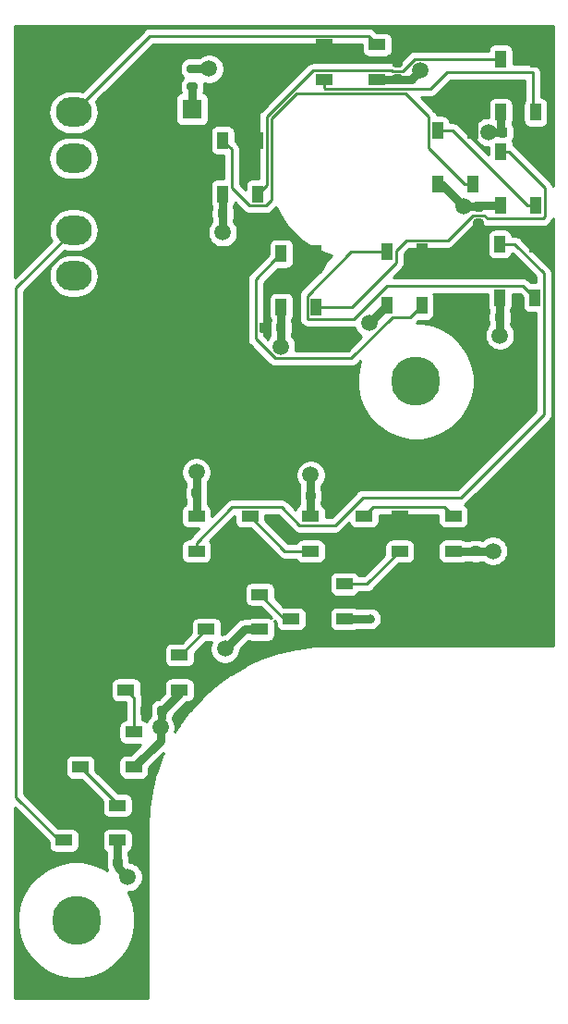
<source format=gbr>
%TF.GenerationSoftware,KiCad,Pcbnew,(5.1.6)-1*%
%TF.CreationDate,2020-12-18T16:59:39+11:00*%
%TF.ProjectId,OBOGS Panel PCB V2,4f424f47-5320-4506-916e-656c20504342,rev?*%
%TF.SameCoordinates,Original*%
%TF.FileFunction,Copper,L1,Top*%
%TF.FilePolarity,Positive*%
%FSLAX46Y46*%
G04 Gerber Fmt 4.6, Leading zero omitted, Abs format (unit mm)*
G04 Created by KiCad (PCBNEW (5.1.6)-1) date 2020-12-18 16:59:39*
%MOMM*%
%LPD*%
G01*
G04 APERTURE LIST*
%TA.AperFunction,ComponentPad*%
%ADD10O,3.300000X2.700000*%
%TD*%
%TA.AperFunction,WasherPad*%
%ADD11C,4.500000*%
%TD*%
%TA.AperFunction,ComponentPad*%
%ADD12C,1.800000*%
%TD*%
%TA.AperFunction,ComponentPad*%
%ADD13R,1.800000X1.800000*%
%TD*%
%TA.AperFunction,SMDPad,CuDef*%
%ADD14R,1.500000X1.000000*%
%TD*%
%TA.AperFunction,SMDPad,CuDef*%
%ADD15R,1.000000X1.500000*%
%TD*%
%TA.AperFunction,ViaPad*%
%ADD16C,1.500000*%
%TD*%
%TA.AperFunction,ViaPad*%
%ADD17C,0.800000*%
%TD*%
%TA.AperFunction,Conductor*%
%ADD18C,0.250000*%
%TD*%
%TA.AperFunction,Conductor*%
%ADD19C,0.750000*%
%TD*%
%TA.AperFunction,Conductor*%
%ADD20C,0.254000*%
%TD*%
G04 APERTURE END LIST*
%TO.P,C12,2*%
%TO.N,/LEDGND*%
%TA.AperFunction,SMDPad,CuDef*%
G36*
G01*
X203397700Y-68523830D02*
X203397700Y-68011330D01*
G75*
G02*
X203616450Y-67792580I218750J0D01*
G01*
X204053950Y-67792580D01*
G75*
G02*
X204272700Y-68011330I0J-218750D01*
G01*
X204272700Y-68523830D01*
G75*
G02*
X204053950Y-68742580I-218750J0D01*
G01*
X203616450Y-68742580D01*
G75*
G02*
X203397700Y-68523830I0J218750D01*
G01*
G37*
%TD.AperFunction*%
%TO.P,C12,1*%
%TO.N,/LED+5V*%
%TA.AperFunction,SMDPad,CuDef*%
G36*
G01*
X201822700Y-68523830D02*
X201822700Y-68011330D01*
G75*
G02*
X202041450Y-67792580I218750J0D01*
G01*
X202478950Y-67792580D01*
G75*
G02*
X202697700Y-68011330I0J-218750D01*
G01*
X202697700Y-68523830D01*
G75*
G02*
X202478950Y-68742580I-218750J0D01*
G01*
X202041450Y-68742580D01*
G75*
G02*
X201822700Y-68523830I0J218750D01*
G01*
G37*
%TD.AperFunction*%
%TD*%
%TO.P,C11,2*%
%TO.N,/LEDGND*%
%TA.AperFunction,SMDPad,CuDef*%
G36*
G01*
X183341660Y-69476330D02*
X183341660Y-68963830D01*
G75*
G02*
X183560410Y-68745080I218750J0D01*
G01*
X183997910Y-68745080D01*
G75*
G02*
X184216660Y-68963830I0J-218750D01*
G01*
X184216660Y-69476330D01*
G75*
G02*
X183997910Y-69695080I-218750J0D01*
G01*
X183560410Y-69695080D01*
G75*
G02*
X183341660Y-69476330I0J218750D01*
G01*
G37*
%TD.AperFunction*%
%TO.P,C11,1*%
%TO.N,/LED+5V*%
%TA.AperFunction,SMDPad,CuDef*%
G36*
G01*
X181766660Y-69476330D02*
X181766660Y-68963830D01*
G75*
G02*
X181985410Y-68745080I218750J0D01*
G01*
X182422910Y-68745080D01*
G75*
G02*
X182641660Y-68963830I0J-218750D01*
G01*
X182641660Y-69476330D01*
G75*
G02*
X182422910Y-69695080I-218750J0D01*
G01*
X181985410Y-69695080D01*
G75*
G02*
X181766660Y-69476330I0J218750D01*
G01*
G37*
%TD.AperFunction*%
%TD*%
D10*
%TO.P,J2,4*%
%TO.N,/DATAOUT*%
X164766360Y-60275360D03*
%TO.P,J2,3*%
%TO.N,/LEDGND*%
X164766360Y-64475360D03*
%TO.P,J2,2*%
%TO.N,/LED+5V*%
X170266360Y-60275360D03*
%TO.P,J2,1*%
%TA.AperFunction,ComponentPad*%
G36*
G01*
X171666359Y-65825360D02*
X168866361Y-65825360D01*
G75*
G02*
X168616360Y-65575359I0J250001D01*
G01*
X168616360Y-63375361D01*
G75*
G02*
X168866361Y-63125360I250001J0D01*
G01*
X171666359Y-63125360D01*
G75*
G02*
X171916360Y-63375361I0J-250001D01*
G01*
X171916360Y-65575359D01*
G75*
G02*
X171666359Y-65825360I-250001J0D01*
G01*
G37*
%TD.AperFunction*%
%TD*%
%TO.P,J1,4*%
%TO.N,/DATAIN*%
X164751120Y-49495600D03*
%TO.P,J1,3*%
%TO.N,/LEDGND*%
X164751120Y-53695600D03*
%TO.P,J1,2*%
%TO.N,/LED+5V*%
X170251120Y-49495600D03*
%TO.P,J1,1*%
%TA.AperFunction,ComponentPad*%
G36*
G01*
X171651119Y-55045600D02*
X168851121Y-55045600D01*
G75*
G02*
X168601120Y-54795599I0J250001D01*
G01*
X168601120Y-52595601D01*
G75*
G02*
X168851121Y-52345600I250001J0D01*
G01*
X171651119Y-52345600D01*
G75*
G02*
X171901120Y-52595601I0J-250001D01*
G01*
X171901120Y-54795599D01*
G75*
G02*
X171651119Y-55045600I-250001J0D01*
G01*
G37*
%TD.AperFunction*%
%TD*%
D11*
%TO.P,3,*%
%TO.N,*%
X165006157Y-123447567D03*
%TD*%
%TO.P,2,*%
%TO.N,*%
X196121157Y-74108067D03*
%TD*%
%TO.P,C4,2*%
%TO.N,/LEDGND*%
%TA.AperFunction,SMDPad,CuDef*%
G36*
G01*
X204536160Y-51065620D02*
X204536160Y-51565620D01*
G75*
G02*
X204311160Y-51790620I-225000J0D01*
G01*
X203861160Y-51790620D01*
G75*
G02*
X203636160Y-51565620I0J225000D01*
G01*
X203636160Y-51065620D01*
G75*
G02*
X203861160Y-50840620I225000J0D01*
G01*
X204311160Y-50840620D01*
G75*
G02*
X204536160Y-51065620I0J-225000D01*
G01*
G37*
%TD.AperFunction*%
%TO.P,C4,1*%
%TO.N,/LED+5V*%
%TA.AperFunction,SMDPad,CuDef*%
G36*
G01*
X206086160Y-51065620D02*
X206086160Y-51565620D01*
G75*
G02*
X205861160Y-51790620I-225000J0D01*
G01*
X205411160Y-51790620D01*
G75*
G02*
X205186160Y-51565620I0J225000D01*
G01*
X205186160Y-51065620D01*
G75*
G02*
X205411160Y-50840620I225000J0D01*
G01*
X205861160Y-50840620D01*
G75*
G02*
X206086160Y-51065620I0J-225000D01*
G01*
G37*
%TD.AperFunction*%
%TD*%
%TO.P,C8,2*%
%TO.N,/LEDGND*%
%TA.AperFunction,SMDPad,CuDef*%
G36*
G01*
X175564380Y-84572920D02*
X175564380Y-84072920D01*
G75*
G02*
X175789380Y-83847920I225000J0D01*
G01*
X176239380Y-83847920D01*
G75*
G02*
X176464380Y-84072920I0J-225000D01*
G01*
X176464380Y-84572920D01*
G75*
G02*
X176239380Y-84797920I-225000J0D01*
G01*
X175789380Y-84797920D01*
G75*
G02*
X175564380Y-84572920I0J225000D01*
G01*
G37*
%TD.AperFunction*%
%TO.P,C8,1*%
%TO.N,/LED+5V*%
%TA.AperFunction,SMDPad,CuDef*%
G36*
G01*
X174014380Y-84572920D02*
X174014380Y-84072920D01*
G75*
G02*
X174239380Y-83847920I225000J0D01*
G01*
X174689380Y-83847920D01*
G75*
G02*
X174914380Y-84072920I0J-225000D01*
G01*
X174914380Y-84572920D01*
G75*
G02*
X174689380Y-84797920I-225000J0D01*
G01*
X174239380Y-84797920D01*
G75*
G02*
X174014380Y-84572920I0J225000D01*
G01*
G37*
%TD.AperFunction*%
%TD*%
%TO.P,R1,2*%
%TO.N,/LEDGND*%
%TA.AperFunction,SMDPad,CuDef*%
G36*
G01*
X175910920Y-45901560D02*
X175360920Y-45901560D01*
G75*
G02*
X175160920Y-45701560I0J200000D01*
G01*
X175160920Y-45301560D01*
G75*
G02*
X175360920Y-45101560I200000J0D01*
G01*
X175910920Y-45101560D01*
G75*
G02*
X176110920Y-45301560I0J-200000D01*
G01*
X176110920Y-45701560D01*
G75*
G02*
X175910920Y-45901560I-200000J0D01*
G01*
G37*
%TD.AperFunction*%
%TO.P,R1,1*%
%TO.N,Net-(D17-Pad1)*%
%TA.AperFunction,SMDPad,CuDef*%
G36*
G01*
X175910920Y-47551560D02*
X175360920Y-47551560D01*
G75*
G02*
X175160920Y-47351560I0J200000D01*
G01*
X175160920Y-46951560D01*
G75*
G02*
X175360920Y-46751560I200000J0D01*
G01*
X175910920Y-46751560D01*
G75*
G02*
X176110920Y-46951560I0J-200000D01*
G01*
X176110920Y-47351560D01*
G75*
G02*
X175910920Y-47551560I-200000J0D01*
G01*
G37*
%TD.AperFunction*%
%TD*%
%TO.P,C10,2*%
%TO.N,/LEDGND*%
%TA.AperFunction,SMDPad,CuDef*%
G36*
G01*
X168368560Y-118438740D02*
X168368560Y-117938740D01*
G75*
G02*
X168593560Y-117713740I225000J0D01*
G01*
X169043560Y-117713740D01*
G75*
G02*
X169268560Y-117938740I0J-225000D01*
G01*
X169268560Y-118438740D01*
G75*
G02*
X169043560Y-118663740I-225000J0D01*
G01*
X168593560Y-118663740D01*
G75*
G02*
X168368560Y-118438740I0J225000D01*
G01*
G37*
%TD.AperFunction*%
%TO.P,C10,1*%
%TO.N,/LED+5V*%
%TA.AperFunction,SMDPad,CuDef*%
G36*
G01*
X166818560Y-118438740D02*
X166818560Y-117938740D01*
G75*
G02*
X167043560Y-117713740I225000J0D01*
G01*
X167493560Y-117713740D01*
G75*
G02*
X167718560Y-117938740I0J-225000D01*
G01*
X167718560Y-118438740D01*
G75*
G02*
X167493560Y-118663740I-225000J0D01*
G01*
X167043560Y-118663740D01*
G75*
G02*
X166818560Y-118438740I0J225000D01*
G01*
G37*
%TD.AperFunction*%
%TD*%
%TO.P,C9,2*%
%TO.N,/LEDGND*%
%TA.AperFunction,SMDPad,CuDef*%
G36*
G01*
X172414780Y-104542400D02*
X172414780Y-104042400D01*
G75*
G02*
X172639780Y-103817400I225000J0D01*
G01*
X173089780Y-103817400D01*
G75*
G02*
X173314780Y-104042400I0J-225000D01*
G01*
X173314780Y-104542400D01*
G75*
G02*
X173089780Y-104767400I-225000J0D01*
G01*
X172639780Y-104767400D01*
G75*
G02*
X172414780Y-104542400I0J225000D01*
G01*
G37*
%TD.AperFunction*%
%TO.P,C9,1*%
%TO.N,/LED+5V*%
%TA.AperFunction,SMDPad,CuDef*%
G36*
G01*
X170864780Y-104542400D02*
X170864780Y-104042400D01*
G75*
G02*
X171089780Y-103817400I225000J0D01*
G01*
X171539780Y-103817400D01*
G75*
G02*
X171764780Y-104042400I0J-225000D01*
G01*
X171764780Y-104542400D01*
G75*
G02*
X171539780Y-104767400I-225000J0D01*
G01*
X171089780Y-104767400D01*
G75*
G02*
X170864780Y-104542400I0J225000D01*
G01*
G37*
%TD.AperFunction*%
%TD*%
%TO.P,C7,2*%
%TO.N,/LEDGND*%
%TA.AperFunction,SMDPad,CuDef*%
G36*
G01*
X186044720Y-84857400D02*
X186044720Y-84357400D01*
G75*
G02*
X186269720Y-84132400I225000J0D01*
G01*
X186719720Y-84132400D01*
G75*
G02*
X186944720Y-84357400I0J-225000D01*
G01*
X186944720Y-84857400D01*
G75*
G02*
X186719720Y-85082400I-225000J0D01*
G01*
X186269720Y-85082400D01*
G75*
G02*
X186044720Y-84857400I0J225000D01*
G01*
G37*
%TD.AperFunction*%
%TO.P,C7,1*%
%TO.N,/LED+5V*%
%TA.AperFunction,SMDPad,CuDef*%
G36*
G01*
X184494720Y-84857400D02*
X184494720Y-84357400D01*
G75*
G02*
X184719720Y-84132400I225000J0D01*
G01*
X185169720Y-84132400D01*
G75*
G02*
X185394720Y-84357400I0J-225000D01*
G01*
X185394720Y-84857400D01*
G75*
G02*
X185169720Y-85082400I-225000J0D01*
G01*
X184719720Y-85082400D01*
G75*
G02*
X184494720Y-84857400I0J225000D01*
G01*
G37*
%TD.AperFunction*%
%TD*%
%TO.P,C6,2*%
%TO.N,/LEDGND*%
%TA.AperFunction,SMDPad,CuDef*%
G36*
G01*
X201852340Y-90101840D02*
X201352340Y-90101840D01*
G75*
G02*
X201127340Y-89876840I0J225000D01*
G01*
X201127340Y-89426840D01*
G75*
G02*
X201352340Y-89201840I225000J0D01*
G01*
X201852340Y-89201840D01*
G75*
G02*
X202077340Y-89426840I0J-225000D01*
G01*
X202077340Y-89876840D01*
G75*
G02*
X201852340Y-90101840I-225000J0D01*
G01*
G37*
%TD.AperFunction*%
%TO.P,C6,1*%
%TO.N,/LED+5V*%
%TA.AperFunction,SMDPad,CuDef*%
G36*
G01*
X201852340Y-91651840D02*
X201352340Y-91651840D01*
G75*
G02*
X201127340Y-91426840I0J225000D01*
G01*
X201127340Y-90976840D01*
G75*
G02*
X201352340Y-90751840I225000J0D01*
G01*
X201852340Y-90751840D01*
G75*
G02*
X202077340Y-90976840I0J-225000D01*
G01*
X202077340Y-91426840D01*
G75*
G02*
X201852340Y-91651840I-225000J0D01*
G01*
G37*
%TD.AperFunction*%
%TD*%
%TO.P,C5,2*%
%TO.N,/LEDGND*%
%TA.AperFunction,SMDPad,CuDef*%
G36*
G01*
X194197160Y-46019900D02*
X194697160Y-46019900D01*
G75*
G02*
X194922160Y-46244900I0J-225000D01*
G01*
X194922160Y-46694900D01*
G75*
G02*
X194697160Y-46919900I-225000J0D01*
G01*
X194197160Y-46919900D01*
G75*
G02*
X193972160Y-46694900I0J225000D01*
G01*
X193972160Y-46244900D01*
G75*
G02*
X194197160Y-46019900I225000J0D01*
G01*
G37*
%TD.AperFunction*%
%TO.P,C5,1*%
%TO.N,/LED+5V*%
%TA.AperFunction,SMDPad,CuDef*%
G36*
G01*
X194197160Y-44469900D02*
X194697160Y-44469900D01*
G75*
G02*
X194922160Y-44694900I0J-225000D01*
G01*
X194922160Y-45144900D01*
G75*
G02*
X194697160Y-45369900I-225000J0D01*
G01*
X194197160Y-45369900D01*
G75*
G02*
X193972160Y-45144900I0J225000D01*
G01*
X193972160Y-44694900D01*
G75*
G02*
X194197160Y-44469900I225000J0D01*
G01*
G37*
%TD.AperFunction*%
%TD*%
%TO.P,C3,2*%
%TO.N,/LEDGND*%
%TA.AperFunction,SMDPad,CuDef*%
G36*
G01*
X202131740Y-58584920D02*
X201631740Y-58584920D01*
G75*
G02*
X201406740Y-58359920I0J225000D01*
G01*
X201406740Y-57909920D01*
G75*
G02*
X201631740Y-57684920I225000J0D01*
G01*
X202131740Y-57684920D01*
G75*
G02*
X202356740Y-57909920I0J-225000D01*
G01*
X202356740Y-58359920D01*
G75*
G02*
X202131740Y-58584920I-225000J0D01*
G01*
G37*
%TD.AperFunction*%
%TO.P,C3,1*%
%TO.N,/LED+5V*%
%TA.AperFunction,SMDPad,CuDef*%
G36*
G01*
X202131740Y-60134920D02*
X201631740Y-60134920D01*
G75*
G02*
X201406740Y-59909920I0J225000D01*
G01*
X201406740Y-59459920D01*
G75*
G02*
X201631740Y-59234920I225000J0D01*
G01*
X202131740Y-59234920D01*
G75*
G02*
X202356740Y-59459920I0J-225000D01*
G01*
X202356740Y-59909920D01*
G75*
G02*
X202131740Y-60134920I-225000J0D01*
G01*
G37*
%TD.AperFunction*%
%TD*%
%TO.P,C2,2*%
%TO.N,/LEDGND*%
%TA.AperFunction,SMDPad,CuDef*%
G36*
G01*
X177985300Y-58997660D02*
X177985300Y-58497660D01*
G75*
G02*
X178210300Y-58272660I225000J0D01*
G01*
X178660300Y-58272660D01*
G75*
G02*
X178885300Y-58497660I0J-225000D01*
G01*
X178885300Y-58997660D01*
G75*
G02*
X178660300Y-59222660I-225000J0D01*
G01*
X178210300Y-59222660D01*
G75*
G02*
X177985300Y-58997660I0J225000D01*
G01*
G37*
%TD.AperFunction*%
%TO.P,C2,1*%
%TO.N,/LED+5V*%
%TA.AperFunction,SMDPad,CuDef*%
G36*
G01*
X176435300Y-58997660D02*
X176435300Y-58497660D01*
G75*
G02*
X176660300Y-58272660I225000J0D01*
G01*
X177110300Y-58272660D01*
G75*
G02*
X177335300Y-58497660I0J-225000D01*
G01*
X177335300Y-58997660D01*
G75*
G02*
X177110300Y-59222660I-225000J0D01*
G01*
X176660300Y-59222660D01*
G75*
G02*
X176435300Y-58997660I0J225000D01*
G01*
G37*
%TD.AperFunction*%
%TD*%
D12*
%TO.P,D17,2*%
%TO.N,/LED+5V*%
X178153060Y-49209960D03*
D13*
%TO.P,D17,1*%
%TO.N,Net-(D17-Pad1)*%
X175613060Y-49209960D03*
%TD*%
D14*
%TO.P,D16,1*%
%TO.N,/LED+5V*%
X163881000Y-112928000D03*
%TO.P,D16,2*%
%TO.N,/DATAOUT*%
X163881000Y-116128000D03*
%TO.P,D16,4*%
%TO.N,Net-(D15-Pad2)*%
X168781000Y-112928000D03*
%TO.P,D16,3*%
%TO.N,/LEDGND*%
X168781000Y-116128000D03*
%TD*%
%TO.P,D15,1*%
%TO.N,/LED+5V*%
X165382000Y-106223000D03*
%TO.P,D15,2*%
%TO.N,Net-(D15-Pad2)*%
X165382000Y-109423000D03*
%TO.P,D15,4*%
%TO.N,Net-(D14-Pad2)*%
X170282000Y-106223000D03*
%TO.P,D15,3*%
%TO.N,/LEDGND*%
X170282000Y-109423000D03*
%TD*%
%TO.P,D14,1*%
%TO.N,/LED+5V*%
X169570000Y-99162000D03*
%TO.P,D14,2*%
%TO.N,Net-(D14-Pad2)*%
X169570000Y-102362000D03*
%TO.P,D14,4*%
%TO.N,Net-(D13-Pad2)*%
X174470000Y-99162000D03*
%TO.P,D14,3*%
%TO.N,/LEDGND*%
X174470000Y-102362000D03*
%TD*%
%TO.P,D13,1*%
%TO.N,/LED+5V*%
X176936000Y-93624400D03*
%TO.P,D13,2*%
%TO.N,Net-(D13-Pad2)*%
X176936000Y-96824400D03*
%TO.P,D13,4*%
%TO.N,Net-(D12-Pad2)*%
X181836000Y-93624400D03*
%TO.P,D13,3*%
%TO.N,/LEDGND*%
X181836000Y-96824400D03*
%TD*%
%TO.P,D12,1*%
%TO.N,/LED+5V*%
X184709000Y-92659200D03*
%TO.P,D12,2*%
%TO.N,Net-(D12-Pad2)*%
X184709000Y-95859200D03*
%TO.P,D12,4*%
%TO.N,Net-(D11-Pad2)*%
X189609000Y-92659200D03*
%TO.P,D12,3*%
%TO.N,/LEDGND*%
X189609000Y-95859200D03*
%TD*%
%TO.P,D11,1*%
%TO.N,/LED+5V*%
X194666000Y-86461600D03*
%TO.P,D11,2*%
%TO.N,Net-(D11-Pad2)*%
X194666000Y-89661600D03*
%TO.P,D11,4*%
%TO.N,Net-(D10-Pad2)*%
X199566000Y-86461600D03*
%TO.P,D11,3*%
%TO.N,/LEDGND*%
X199566000Y-89661600D03*
%TD*%
%TO.P,D10,1*%
%TO.N,/LED+5V*%
X191387000Y-89661600D03*
%TO.P,D10,2*%
%TO.N,Net-(D10-Pad2)*%
X191387000Y-86461600D03*
%TO.P,D10,4*%
%TO.N,Net-(D10-Pad4)*%
X186487000Y-89661600D03*
%TO.P,D10,3*%
%TO.N,/LEDGND*%
X186487000Y-86461600D03*
%TD*%
%TO.P,D9,1*%
%TO.N,/LED+5V*%
X180922000Y-89661600D03*
%TO.P,D9,2*%
%TO.N,Net-(D10-Pad4)*%
X180922000Y-86461600D03*
%TO.P,D9,4*%
%TO.N,Net-(D8-Pad2)*%
X176022000Y-89661600D03*
%TO.P,D9,3*%
%TO.N,/LEDGND*%
X176022000Y-86461600D03*
%TD*%
D15*
%TO.P,D8,1*%
%TO.N,/LED+5V*%
X207035000Y-61558000D03*
%TO.P,D8,2*%
%TO.N,Net-(D8-Pad2)*%
X203835000Y-61558000D03*
%TO.P,D8,4*%
%TO.N,Net-(D7-Pad2)*%
X207035000Y-66458000D03*
%TO.P,D8,3*%
%TO.N,/LEDGND*%
X203835000Y-66458000D03*
%TD*%
%TO.P,D7,1*%
%TO.N,/LED+5V*%
X196698000Y-62280800D03*
%TO.P,D7,2*%
%TO.N,Net-(D7-Pad2)*%
X193498000Y-62280800D03*
%TO.P,D7,4*%
%TO.N,Net-(D6-Pad2)*%
X196698000Y-67180800D03*
%TO.P,D7,3*%
%TO.N,/LEDGND*%
X193498000Y-67180800D03*
%TD*%
%TO.P,D6,1*%
%TO.N,/LED+5V*%
X186995000Y-62433200D03*
%TO.P,D6,2*%
%TO.N,Net-(D6-Pad2)*%
X183795000Y-62433200D03*
%TO.P,D6,4*%
%TO.N,Net-(D5-Pad2)*%
X186995000Y-67333200D03*
%TO.P,D6,3*%
%TO.N,/LEDGND*%
X183795000Y-67333200D03*
%TD*%
%TO.P,D5,1*%
%TO.N,/LED+5V*%
X207137000Y-53125200D03*
%TO.P,D5,2*%
%TO.N,Net-(D5-Pad2)*%
X203937000Y-53125200D03*
%TO.P,D5,4*%
%TO.N,Net-(D4-Pad2)*%
X207137000Y-58025200D03*
%TO.P,D5,3*%
%TO.N,/LEDGND*%
X203937000Y-58025200D03*
%TD*%
%TO.P,D4,1*%
%TO.N,/LED+5V*%
X201346000Y-51144000D03*
%TO.P,D4,2*%
%TO.N,Net-(D4-Pad2)*%
X198146000Y-51144000D03*
%TO.P,D4,4*%
%TO.N,Net-(D3-Pad2)*%
X201346000Y-56044000D03*
%TO.P,D4,3*%
%TO.N,/LEDGND*%
X198146000Y-56044000D03*
%TD*%
%TO.P,D3,1*%
%TO.N,/LED+5V*%
X181635000Y-52058400D03*
%TO.P,D3,2*%
%TO.N,Net-(D3-Pad2)*%
X178435000Y-52058400D03*
%TO.P,D3,4*%
%TO.N,Net-(D2-Pad2)*%
X181635000Y-56958400D03*
%TO.P,D3,3*%
%TO.N,/LEDGND*%
X178435000Y-56958400D03*
%TD*%
%TO.P,D2,1*%
%TO.N,/LED+5V*%
X207112000Y-44602400D03*
%TO.P,D2,2*%
%TO.N,Net-(D2-Pad2)*%
X203912000Y-44602400D03*
%TO.P,D2,4*%
%TO.N,Net-(D1-Pad2)*%
X207112000Y-49502400D03*
%TO.P,D2,3*%
%TO.N,/LEDGND*%
X203912000Y-49502400D03*
%TD*%
D14*
%TO.P,D1,1*%
%TO.N,/LED+5V*%
X187694000Y-43307200D03*
%TO.P,D1,2*%
%TO.N,Net-(D1-Pad2)*%
X187694000Y-46507200D03*
%TO.P,D1,4*%
%TO.N,/DATAIN*%
X192594000Y-43307200D03*
%TO.P,D1,3*%
%TO.N,/LEDGND*%
X192594000Y-46507200D03*
%TD*%
D16*
%TO.N,/LEDGND*%
X203215240Y-89654380D03*
D17*
X191960500Y-95851980D03*
D16*
X178429920Y-60479940D03*
X191851280Y-68806060D03*
X183761380Y-70949820D03*
X203832460Y-69916040D03*
X200543160Y-58112660D03*
X202821540Y-51315620D03*
X196547740Y-45679360D03*
X172707300Y-105785920D03*
X169738040Y-119484140D03*
X178645820Y-98605340D03*
X186499500Y-82692240D03*
X176014380Y-82433160D03*
X177177700Y-45501560D03*
%TD*%
D18*
%TO.N,Net-(D1-Pad2)*%
X187694000Y-46507200D02*
X187694000Y-47257200D01*
X187787480Y-47350680D02*
X197499320Y-47350680D01*
X187694000Y-47257200D02*
X187787480Y-47350680D01*
X197499320Y-47350680D02*
X199000000Y-45850000D01*
X199000000Y-45850000D02*
X206850000Y-45850000D01*
X206850000Y-49240400D02*
X207112000Y-49502400D01*
X206850000Y-45850000D02*
X206850000Y-49240400D01*
%TO.N,/DATAIN*%
X171764521Y-42482199D02*
X164751120Y-49495600D01*
X191768999Y-42482199D02*
X171764521Y-42482199D01*
X192594000Y-43307200D02*
X191768999Y-42482199D01*
D19*
%TO.N,/LEDGND*%
X176014380Y-86453980D02*
X176022000Y-86461600D01*
X201592580Y-89661600D02*
X201602340Y-89651840D01*
X199566000Y-89661600D02*
X201592580Y-89661600D01*
X201602340Y-89651840D02*
X203215240Y-89654380D01*
X203215240Y-89654380D02*
X203227940Y-89651840D01*
X189609000Y-95859200D02*
X191960500Y-95851980D01*
X191960500Y-95851980D02*
X191953280Y-95859200D01*
X177177700Y-45501560D02*
X177177700Y-45501560D01*
X178435000Y-58747360D02*
X178435300Y-58747660D01*
X178435000Y-56958400D02*
X178435000Y-58747360D01*
X178435300Y-58747660D02*
X178429920Y-60479940D01*
X178429920Y-60479940D02*
X178435300Y-60510720D01*
X193498000Y-67180800D02*
X193498000Y-67177120D01*
X193498000Y-67177120D02*
X191851280Y-68806060D01*
X191851280Y-68806060D02*
X191869060Y-68806060D01*
X183795000Y-69204240D02*
X183779160Y-69220080D01*
X183795000Y-67333200D02*
X183795000Y-69204240D01*
X183779160Y-69220080D02*
X183761380Y-70949820D01*
X183761380Y-70949820D02*
X183779160Y-70932040D01*
X203835000Y-66458000D02*
X203832460Y-69916040D01*
X203832460Y-69916040D02*
X203835000Y-69913500D01*
X201991460Y-58025200D02*
X201881740Y-58134920D01*
X203937000Y-58025200D02*
X201991460Y-58025200D01*
X201881740Y-58134920D02*
X200543160Y-58112660D01*
X200543160Y-58112660D02*
X200565420Y-58134920D01*
X203912000Y-51141460D02*
X204086160Y-51315620D01*
X203912000Y-49502400D02*
X203912000Y-51141460D01*
X204086160Y-51315620D02*
X202821540Y-51315620D01*
X202821540Y-51315620D02*
X202679300Y-51315620D01*
X194409860Y-46507200D02*
X194447160Y-46469900D01*
X192594000Y-46507200D02*
X194409860Y-46507200D01*
X194447160Y-46469900D02*
X195782600Y-46469900D01*
X195782600Y-46469900D02*
X195782600Y-46444500D01*
X195782600Y-46444500D02*
X196547740Y-45679360D01*
X196547740Y-45679360D02*
X196547740Y-45679360D01*
X198474500Y-56044000D02*
X200543160Y-58112660D01*
X198146000Y-56044000D02*
X198474500Y-56044000D01*
X174470000Y-102687180D02*
X172864780Y-104292400D01*
X174470000Y-102362000D02*
X174470000Y-102687180D01*
X172864780Y-104292400D02*
X172707300Y-105785920D01*
X172707300Y-105785920D02*
X172864780Y-105643680D01*
X168781000Y-116128000D02*
X168781000Y-118151180D01*
X168818560Y-118188740D02*
X168781000Y-118151180D01*
X168818560Y-118188740D02*
X168818560Y-118620540D01*
X168818560Y-118620540D02*
X169738040Y-119484140D01*
X169738040Y-119484140D02*
X169689780Y-119491760D01*
X172707300Y-106997700D02*
X172707300Y-105785920D01*
X170282000Y-109423000D02*
X172707300Y-106997700D01*
X181836000Y-96824400D02*
X180426760Y-96824400D01*
X180426760Y-96824400D02*
X178645820Y-98605340D01*
X178645820Y-98605340D02*
X178645820Y-98605340D01*
X186487000Y-84615120D02*
X186494720Y-84607400D01*
X186487000Y-86461600D02*
X186487000Y-84615120D01*
X186494720Y-84607400D02*
X186499500Y-82692240D01*
X186499500Y-82692240D02*
X186494720Y-82697020D01*
X176022000Y-84330540D02*
X176014380Y-84322920D01*
X176022000Y-86461600D02*
X176022000Y-84330540D01*
X176014380Y-84322920D02*
X176014380Y-82433160D01*
X176014380Y-82433160D02*
X176014380Y-82433160D01*
X175635920Y-45501560D02*
X177177700Y-45501560D01*
D18*
%TO.N,Net-(D2-Pad2)*%
X182460001Y-49906197D02*
X182460001Y-56133399D01*
X186683999Y-45682199D02*
X182460001Y-49906197D01*
X182460001Y-56133399D02*
X181635000Y-56958400D01*
X193969326Y-45694900D02*
X193956625Y-45682199D01*
X194941198Y-45694900D02*
X193969326Y-45694900D01*
X193956625Y-45682199D02*
X186683999Y-45682199D01*
X196033698Y-44602400D02*
X194941198Y-45694900D01*
X203912000Y-44602400D02*
X196033698Y-44602400D01*
%TO.N,Net-(D3-Pad2)*%
X200596000Y-56044000D02*
X197320999Y-52768999D01*
X201346000Y-56044000D02*
X200596000Y-56044000D01*
X197320999Y-52768999D02*
X197320999Y-49920999D01*
X195200690Y-47800690D02*
X185201918Y-47800690D01*
X197320999Y-49920999D02*
X195200690Y-47800690D01*
X179260001Y-52883401D02*
X178435000Y-52058400D01*
X179260001Y-56418403D02*
X179260001Y-52883401D01*
X180874999Y-58033401D02*
X179260001Y-56418403D01*
X182395001Y-58033401D02*
X180874999Y-58033401D01*
X182910011Y-57518391D02*
X182395001Y-58033401D01*
X182910011Y-50092597D02*
X182910011Y-57518391D01*
X185201918Y-47800690D02*
X182910011Y-50092597D01*
%TO.N,Net-(D4-Pad2)*%
X199505800Y-51144000D02*
X198146000Y-51144000D01*
X206387000Y-58025200D02*
X199505800Y-51144000D01*
X207137000Y-58025200D02*
X206387000Y-58025200D01*
%TO.N,Net-(D5-Pad2)*%
X190280602Y-67333200D02*
X186995000Y-67333200D01*
X194323001Y-63290801D02*
X190280602Y-67333200D01*
X194323001Y-62126999D02*
X194323001Y-63290801D01*
X195244201Y-61205799D02*
X194323001Y-62126999D01*
X199041023Y-61205799D02*
X195244201Y-61205799D01*
X201336902Y-58909920D02*
X199041023Y-61205799D01*
X202359574Y-58909920D02*
X201336902Y-58909920D01*
X202681750Y-59232096D02*
X202359574Y-58909920D01*
X207765106Y-59232096D02*
X202681750Y-59232096D01*
X207962001Y-59035201D02*
X207765106Y-59232096D01*
X207962001Y-56400201D02*
X207962001Y-59035201D01*
X204687000Y-53125200D02*
X207962001Y-56400201D01*
X203937000Y-53125200D02*
X204687000Y-53125200D01*
%TO.N,Net-(D6-Pad2)*%
X181441650Y-64786550D02*
X183105144Y-63123056D01*
X181441650Y-70221092D02*
X181441650Y-64786550D01*
X195622999Y-68255801D02*
X193992541Y-68255801D01*
X196698000Y-67180800D02*
X195622999Y-68255801D01*
X193992541Y-68255801D02*
X190223521Y-72024821D01*
X190223521Y-72024821D02*
X183245379Y-72024821D01*
X183245379Y-72024821D02*
X181441650Y-70221092D01*
X183105144Y-63123056D02*
X183795000Y-62433200D01*
%TO.N,Net-(D7-Pad2)*%
X205959999Y-65382999D02*
X207035000Y-66458000D01*
X186234999Y-68408201D02*
X190435597Y-68408201D01*
X186169999Y-68343201D02*
X186234999Y-68408201D01*
X186169999Y-66323199D02*
X186169999Y-68343201D01*
X193460799Y-65382999D02*
X205959999Y-65382999D01*
X190212398Y-62280800D02*
X186169999Y-66323199D01*
X190435597Y-68408201D02*
X193460799Y-65382999D01*
X193498000Y-62280800D02*
X190212398Y-62280800D01*
%TO.N,Net-(D8-Pad2)*%
X176022000Y-88911600D02*
X179297001Y-85636599D01*
X179297001Y-85636599D02*
X183826997Y-85636599D01*
X188726997Y-87286601D02*
X191263598Y-84750000D01*
X176022000Y-89661600D02*
X176022000Y-88911600D01*
X183826997Y-85636599D02*
X185476999Y-87286601D01*
X185476999Y-87286601D02*
X188726997Y-87286601D01*
X191263598Y-84750000D02*
X200250000Y-84750000D01*
X205199998Y-61558000D02*
X203835000Y-61558000D01*
X207860001Y-64218003D02*
X205199998Y-61558000D01*
X207860001Y-77139999D02*
X207860001Y-64218003D01*
X200250000Y-84750000D02*
X207860001Y-77139999D01*
%TO.N,Net-(D10-Pad4)*%
X184122000Y-89661600D02*
X180922000Y-86461600D01*
X186487000Y-89661600D02*
X184122000Y-89661600D01*
%TO.N,Net-(D10-Pad2)*%
X198740999Y-85636599D02*
X192212001Y-85636599D01*
X192212001Y-85636599D02*
X191387000Y-86461600D01*
X199566000Y-86461600D02*
X198740999Y-85636599D01*
%TO.N,Net-(D11-Pad2)*%
X191668400Y-92659200D02*
X189609000Y-92659200D01*
X194666000Y-89661600D02*
X191668400Y-92659200D01*
%TO.N,Net-(D12-Pad2)*%
X184070800Y-95859200D02*
X181836000Y-93624400D01*
X184709000Y-95859200D02*
X184070800Y-95859200D01*
%TO.N,Net-(D13-Pad2)*%
X174598400Y-99162000D02*
X176936000Y-96824400D01*
X174470000Y-99162000D02*
X174598400Y-99162000D01*
%TO.N,Net-(D14-Pad2)*%
X170282000Y-103074000D02*
X169570000Y-102362000D01*
X170282000Y-106223000D02*
X170282000Y-103074000D01*
%TO.N,Net-(D15-Pad2)*%
X168781000Y-112822000D02*
X165382000Y-109423000D01*
X168781000Y-112928000D02*
X168781000Y-112822000D01*
%TO.N,/DATAOUT*%
X163881000Y-116128000D02*
X163448200Y-116128000D01*
X163448200Y-116128000D02*
X159491680Y-112171480D01*
X159491680Y-65550040D02*
X164766360Y-60275360D01*
X159491680Y-112171480D02*
X159491680Y-65550040D01*
D19*
%TO.N,Net-(D17-Pad1)*%
X175635920Y-49187100D02*
X175613060Y-49209960D01*
X175635920Y-47151560D02*
X175635920Y-49187100D01*
%TD*%
D20*
%TO.N,/LED+5V*%
G36*
X208713401Y-56275549D02*
G01*
X208711004Y-56251215D01*
X208667547Y-56107954D01*
X208596975Y-55975925D01*
X208502002Y-55860200D01*
X208473005Y-55836403D01*
X205250804Y-52614203D01*
X205227001Y-52585199D01*
X205111276Y-52490226D01*
X205075072Y-52470874D01*
X205075072Y-52375200D01*
X205062812Y-52250718D01*
X205026502Y-52131020D01*
X204999593Y-52080678D01*
X205028778Y-52045117D01*
X205108535Y-51895903D01*
X205157648Y-51733997D01*
X205174232Y-51565620D01*
X205174232Y-51065620D01*
X205157648Y-50897243D01*
X205108535Y-50735337D01*
X205028778Y-50586123D01*
X204983276Y-50530678D01*
X205001502Y-50496580D01*
X205037812Y-50376882D01*
X205050072Y-50252400D01*
X205050072Y-48752400D01*
X205037812Y-48627918D01*
X205001502Y-48508220D01*
X204942537Y-48397906D01*
X204863185Y-48301215D01*
X204766494Y-48221863D01*
X204656180Y-48162898D01*
X204536482Y-48126588D01*
X204412000Y-48114328D01*
X203412000Y-48114328D01*
X203287518Y-48126588D01*
X203167820Y-48162898D01*
X203057506Y-48221863D01*
X202960815Y-48301215D01*
X202881463Y-48397906D01*
X202822498Y-48508220D01*
X202786188Y-48627918D01*
X202773928Y-48752400D01*
X202773928Y-49930620D01*
X202685129Y-49930620D01*
X202417551Y-49983845D01*
X202165497Y-50088249D01*
X201938654Y-50239821D01*
X201745741Y-50432734D01*
X201594169Y-50659577D01*
X201489765Y-50911631D01*
X201436540Y-51179209D01*
X201436540Y-51452031D01*
X201489765Y-51719609D01*
X201594169Y-51971663D01*
X201745741Y-52198506D01*
X201938654Y-52391419D01*
X202165497Y-52542991D01*
X202417551Y-52647395D01*
X202685129Y-52700620D01*
X202798928Y-52700620D01*
X202798928Y-53362327D01*
X200069604Y-50633003D01*
X200045801Y-50603999D01*
X199930076Y-50509026D01*
X199798047Y-50438454D01*
X199654786Y-50394997D01*
X199543133Y-50384000D01*
X199543122Y-50384000D01*
X199505800Y-50380324D01*
X199468478Y-50384000D01*
X199283087Y-50384000D01*
X199271812Y-50269518D01*
X199235502Y-50149820D01*
X199176537Y-50039506D01*
X199097185Y-49942815D01*
X199000494Y-49863463D01*
X198890180Y-49804498D01*
X198770482Y-49768188D01*
X198646000Y-49755928D01*
X198065123Y-49755928D01*
X198026545Y-49628752D01*
X197955973Y-49496723D01*
X197861000Y-49380998D01*
X197832002Y-49357200D01*
X196585481Y-48110680D01*
X197461998Y-48110680D01*
X197499320Y-48114356D01*
X197536642Y-48110680D01*
X197536653Y-48110680D01*
X197648306Y-48099683D01*
X197791567Y-48056226D01*
X197923596Y-47985654D01*
X198039321Y-47890681D01*
X198063124Y-47861677D01*
X199314802Y-46610000D01*
X206090000Y-46610000D01*
X206090001Y-48387503D01*
X206081463Y-48397906D01*
X206022498Y-48508220D01*
X205986188Y-48627918D01*
X205973928Y-48752400D01*
X205973928Y-50252400D01*
X205986188Y-50376882D01*
X206022498Y-50496580D01*
X206081463Y-50606894D01*
X206160815Y-50703585D01*
X206257506Y-50782937D01*
X206367820Y-50841902D01*
X206487518Y-50878212D01*
X206612000Y-50890472D01*
X207612000Y-50890472D01*
X207736482Y-50878212D01*
X207856180Y-50841902D01*
X207966494Y-50782937D01*
X208063185Y-50703585D01*
X208142537Y-50606894D01*
X208201502Y-50496580D01*
X208237812Y-50376882D01*
X208250072Y-50252400D01*
X208250072Y-48752400D01*
X208237812Y-48627918D01*
X208201502Y-48508220D01*
X208142537Y-48397906D01*
X208063185Y-48301215D01*
X207966494Y-48221863D01*
X207856180Y-48162898D01*
X207736482Y-48126588D01*
X207612000Y-48114328D01*
X207610000Y-48114328D01*
X207610000Y-45887333D01*
X207613677Y-45850000D01*
X207599003Y-45701014D01*
X207555546Y-45557753D01*
X207484974Y-45425724D01*
X207390001Y-45309999D01*
X207274276Y-45215026D01*
X207142247Y-45144454D01*
X206998986Y-45100997D01*
X206887333Y-45090000D01*
X206850000Y-45086323D01*
X206812667Y-45090000D01*
X205050072Y-45090000D01*
X205050072Y-43852400D01*
X205037812Y-43727918D01*
X205001502Y-43608220D01*
X204942537Y-43497906D01*
X204863185Y-43401215D01*
X204766494Y-43321863D01*
X204656180Y-43262898D01*
X204536482Y-43226588D01*
X204412000Y-43214328D01*
X203412000Y-43214328D01*
X203287518Y-43226588D01*
X203167820Y-43262898D01*
X203057506Y-43321863D01*
X202960815Y-43401215D01*
X202881463Y-43497906D01*
X202822498Y-43608220D01*
X202786188Y-43727918D01*
X202774913Y-43842400D01*
X196071020Y-43842400D01*
X196033697Y-43838724D01*
X195996374Y-43842400D01*
X195996365Y-43842400D01*
X195884712Y-43853397D01*
X195741451Y-43896854D01*
X195609422Y-43967426D01*
X195493697Y-44062399D01*
X195469899Y-44091397D01*
X194626397Y-44934900D01*
X194111228Y-44934900D01*
X194105611Y-44933196D01*
X193993958Y-44922199D01*
X193993947Y-44922199D01*
X193956625Y-44918523D01*
X193919303Y-44922199D01*
X186721321Y-44922199D01*
X186683998Y-44918523D01*
X186646675Y-44922199D01*
X186646666Y-44922199D01*
X186535013Y-44933196D01*
X186391752Y-44976653D01*
X186259723Y-45047225D01*
X186143998Y-45142198D01*
X186120200Y-45171196D01*
X181949004Y-49342393D01*
X181920000Y-49366196D01*
X181884055Y-49409996D01*
X181825027Y-49481921D01*
X181787250Y-49552596D01*
X181754455Y-49613951D01*
X181710998Y-49757212D01*
X181700001Y-49868865D01*
X181700001Y-49868875D01*
X181696325Y-49906197D01*
X181700001Y-49943520D01*
X181700002Y-55570328D01*
X181135000Y-55570328D01*
X181010518Y-55582588D01*
X180890820Y-55618898D01*
X180780506Y-55677863D01*
X180683815Y-55757215D01*
X180604463Y-55853906D01*
X180545498Y-55964220D01*
X180509188Y-56083918D01*
X180496928Y-56208400D01*
X180496928Y-56580529D01*
X180020001Y-56103602D01*
X180020001Y-52920734D01*
X180023678Y-52883401D01*
X180009004Y-52734415D01*
X179965547Y-52591154D01*
X179894975Y-52459125D01*
X179823800Y-52372398D01*
X179800002Y-52343400D01*
X179771003Y-52319602D01*
X179573072Y-52121670D01*
X179573072Y-51308400D01*
X179560812Y-51183918D01*
X179524502Y-51064220D01*
X179465537Y-50953906D01*
X179386185Y-50857215D01*
X179289494Y-50777863D01*
X179179180Y-50718898D01*
X179059482Y-50682588D01*
X178935000Y-50670328D01*
X177935000Y-50670328D01*
X177810518Y-50682588D01*
X177690820Y-50718898D01*
X177580506Y-50777863D01*
X177483815Y-50857215D01*
X177404463Y-50953906D01*
X177345498Y-51064220D01*
X177309188Y-51183918D01*
X177296928Y-51308400D01*
X177296928Y-52808400D01*
X177309188Y-52932882D01*
X177345498Y-53052580D01*
X177404463Y-53162894D01*
X177483815Y-53259585D01*
X177580506Y-53338937D01*
X177690820Y-53397902D01*
X177810518Y-53434212D01*
X177935000Y-53446472D01*
X178500002Y-53446472D01*
X178500001Y-55570328D01*
X177935000Y-55570328D01*
X177810518Y-55582588D01*
X177690820Y-55618898D01*
X177580506Y-55677863D01*
X177483815Y-55757215D01*
X177404463Y-55853906D01*
X177345498Y-55964220D01*
X177309188Y-56083918D01*
X177296928Y-56208400D01*
X177296928Y-57708400D01*
X177309188Y-57832882D01*
X177345498Y-57952580D01*
X177404463Y-58062894D01*
X177425001Y-58087919D01*
X177425001Y-58144785D01*
X177412925Y-58167377D01*
X177363812Y-58329283D01*
X177347228Y-58497660D01*
X177347228Y-58997660D01*
X177363812Y-59166037D01*
X177412925Y-59327943D01*
X177423432Y-59347600D01*
X177422871Y-59528304D01*
X177354121Y-59597054D01*
X177202549Y-59823897D01*
X177098145Y-60075951D01*
X177044920Y-60343529D01*
X177044920Y-60616351D01*
X177098145Y-60883929D01*
X177202549Y-61135983D01*
X177354121Y-61362826D01*
X177547034Y-61555739D01*
X177773877Y-61707311D01*
X178025931Y-61811715D01*
X178293509Y-61864940D01*
X178566331Y-61864940D01*
X178833909Y-61811715D01*
X179085963Y-61707311D01*
X179312806Y-61555739D01*
X179505719Y-61362826D01*
X179657291Y-61135983D01*
X179761695Y-60883929D01*
X179814920Y-60616351D01*
X179814920Y-60343529D01*
X179761695Y-60075951D01*
X179657291Y-59823897D01*
X179505719Y-59597054D01*
X179442862Y-59534197D01*
X179443420Y-59354613D01*
X179457675Y-59327943D01*
X179506788Y-59166037D01*
X179523372Y-58997660D01*
X179523372Y-58497660D01*
X179506788Y-58329283D01*
X179457675Y-58167377D01*
X179445000Y-58143664D01*
X179445000Y-58087918D01*
X179465537Y-58062894D01*
X179524502Y-57952580D01*
X179560812Y-57832882D01*
X179564297Y-57797500D01*
X180311200Y-58544404D01*
X180334998Y-58573402D01*
X180363996Y-58597200D01*
X180450722Y-58668375D01*
X180517931Y-58704299D01*
X180582752Y-58738947D01*
X180726013Y-58782404D01*
X180837666Y-58793401D01*
X180837675Y-58793401D01*
X180874998Y-58797077D01*
X180912321Y-58793401D01*
X182357679Y-58793401D01*
X182395001Y-58797077D01*
X182432323Y-58793401D01*
X182432334Y-58793401D01*
X182543987Y-58782404D01*
X182687248Y-58738947D01*
X182819277Y-58668375D01*
X182935002Y-58573402D01*
X182958804Y-58544399D01*
X183359156Y-58144048D01*
X183653126Y-58853755D01*
X184471392Y-60078377D01*
X185512847Y-61119832D01*
X186737469Y-61938098D01*
X188098197Y-62501730D01*
X188431694Y-62568067D01*
X188422228Y-62574392D01*
X188016482Y-62980138D01*
X187697690Y-63457244D01*
X187511394Y-63907002D01*
X185659002Y-65759395D01*
X185629998Y-65783198D01*
X185582317Y-65841298D01*
X185535025Y-65898923D01*
X185471391Y-66017973D01*
X185464453Y-66030953D01*
X185420996Y-66174214D01*
X185409999Y-66285867D01*
X185409999Y-66285877D01*
X185406323Y-66323199D01*
X185409999Y-66360522D01*
X185410000Y-68305869D01*
X185406323Y-68343201D01*
X185410000Y-68380534D01*
X185420997Y-68492187D01*
X185430596Y-68523830D01*
X185464453Y-68635447D01*
X185535025Y-68767477D01*
X185587733Y-68831701D01*
X185629999Y-68883202D01*
X185658997Y-68907000D01*
X185671195Y-68919198D01*
X185694998Y-68948202D01*
X185810723Y-69043175D01*
X185942752Y-69113747D01*
X186086013Y-69157204D01*
X186197666Y-69168201D01*
X186197677Y-69168201D01*
X186234999Y-69171877D01*
X186272322Y-69168201D01*
X190398275Y-69168201D01*
X190435597Y-69171877D01*
X190472919Y-69168201D01*
X190472930Y-69168201D01*
X190510446Y-69164506D01*
X190519505Y-69210049D01*
X190623909Y-69462103D01*
X190775481Y-69688946D01*
X190968394Y-69881859D01*
X191162191Y-70011350D01*
X189908720Y-71264821D01*
X185110856Y-71264821D01*
X185146380Y-71086231D01*
X185146380Y-70813409D01*
X185093155Y-70545831D01*
X184988751Y-70293777D01*
X184837179Y-70066934D01*
X184781085Y-70010840D01*
X184783085Y-69816243D01*
X184789510Y-69804222D01*
X184838268Y-69643488D01*
X184854732Y-69476330D01*
X184854732Y-68963830D01*
X184838268Y-68796672D01*
X184805000Y-68687002D01*
X184805000Y-68462718D01*
X184825537Y-68437694D01*
X184884502Y-68327380D01*
X184920812Y-68207682D01*
X184933072Y-68083200D01*
X184933072Y-66583200D01*
X184920812Y-66458718D01*
X184884502Y-66339020D01*
X184825537Y-66228706D01*
X184746185Y-66132015D01*
X184649494Y-66052663D01*
X184539180Y-65993698D01*
X184419482Y-65957388D01*
X184295000Y-65945128D01*
X183295000Y-65945128D01*
X183170518Y-65957388D01*
X183050820Y-65993698D01*
X182940506Y-66052663D01*
X182843815Y-66132015D01*
X182764463Y-66228706D01*
X182705498Y-66339020D01*
X182669188Y-66458718D01*
X182656928Y-66583200D01*
X182656928Y-68083200D01*
X182669188Y-68207682D01*
X182705498Y-68327380D01*
X182764463Y-68437694D01*
X182785001Y-68462719D01*
X182785001Y-68605647D01*
X182768810Y-68635938D01*
X182720052Y-68796672D01*
X182703588Y-68963830D01*
X182703588Y-69476330D01*
X182720052Y-69643488D01*
X182763290Y-69786025D01*
X182761180Y-69991335D01*
X182685581Y-70066934D01*
X182556090Y-70260731D01*
X182201650Y-69906291D01*
X182201650Y-65101351D01*
X183481730Y-63821272D01*
X184295000Y-63821272D01*
X184419482Y-63809012D01*
X184539180Y-63772702D01*
X184649494Y-63713737D01*
X184746185Y-63634385D01*
X184825537Y-63537694D01*
X184884502Y-63427380D01*
X184920812Y-63307682D01*
X184933072Y-63183200D01*
X184933072Y-61683200D01*
X184920812Y-61558718D01*
X184884502Y-61439020D01*
X184825537Y-61328706D01*
X184746185Y-61232015D01*
X184649494Y-61152663D01*
X184539180Y-61093698D01*
X184419482Y-61057388D01*
X184295000Y-61045128D01*
X183295000Y-61045128D01*
X183170518Y-61057388D01*
X183050820Y-61093698D01*
X182940506Y-61152663D01*
X182843815Y-61232015D01*
X182764463Y-61328706D01*
X182705498Y-61439020D01*
X182669188Y-61558718D01*
X182656928Y-61683200D01*
X182656928Y-62496471D01*
X182594146Y-62559253D01*
X182594141Y-62559257D01*
X180930648Y-64222751D01*
X180901650Y-64246549D01*
X180877852Y-64275547D01*
X180877851Y-64275548D01*
X180806676Y-64362274D01*
X180736104Y-64494304D01*
X180705830Y-64594108D01*
X180693731Y-64633996D01*
X180692648Y-64637565D01*
X180677974Y-64786550D01*
X180681651Y-64823882D01*
X180681650Y-70183769D01*
X180677974Y-70221092D01*
X180681650Y-70258414D01*
X180681650Y-70258424D01*
X180692647Y-70370077D01*
X180725767Y-70479260D01*
X180736104Y-70513338D01*
X180806676Y-70645368D01*
X180823031Y-70665296D01*
X180901649Y-70761093D01*
X180930653Y-70784896D01*
X182681580Y-72535824D01*
X182705378Y-72564822D01*
X182734376Y-72588620D01*
X182821102Y-72659795D01*
X182953132Y-72730367D01*
X183096393Y-72773824D01*
X183208046Y-72784821D01*
X183208056Y-72784821D01*
X183245378Y-72788497D01*
X183282701Y-72784821D01*
X190186199Y-72784821D01*
X190223521Y-72788497D01*
X190260843Y-72784821D01*
X190260854Y-72784821D01*
X190372507Y-72773824D01*
X190515768Y-72730367D01*
X190647797Y-72659795D01*
X190763522Y-72564822D01*
X190787325Y-72535818D01*
X191069093Y-72254050D01*
X190950792Y-72539654D01*
X190744157Y-73578479D01*
X190744157Y-74637655D01*
X190950792Y-75676480D01*
X191356121Y-76655032D01*
X191944568Y-77535705D01*
X192693519Y-78284656D01*
X193574192Y-78873103D01*
X194552744Y-79278432D01*
X195591569Y-79485067D01*
X196650745Y-79485067D01*
X197689570Y-79278432D01*
X198668122Y-78873103D01*
X199548795Y-78284656D01*
X200297746Y-77535705D01*
X200886193Y-76655032D01*
X201291522Y-75676480D01*
X201498157Y-74637655D01*
X201498157Y-73578479D01*
X201291522Y-72539654D01*
X200886193Y-71561102D01*
X200297746Y-70680429D01*
X199548795Y-69931478D01*
X198668122Y-69343031D01*
X197689570Y-68937702D01*
X196650745Y-68731067D01*
X196222534Y-68731067D01*
X196384729Y-68568872D01*
X197198000Y-68568872D01*
X197322482Y-68556612D01*
X197442180Y-68520302D01*
X197552494Y-68461337D01*
X197649185Y-68381985D01*
X197728537Y-68285294D01*
X197787502Y-68174980D01*
X197823812Y-68055282D01*
X197836072Y-67930800D01*
X197836072Y-66430800D01*
X197823812Y-66306318D01*
X197787502Y-66186620D01*
X197764186Y-66142999D01*
X202696928Y-66142999D01*
X202696928Y-67208000D01*
X202709188Y-67332482D01*
X202745498Y-67452180D01*
X202804463Y-67562494D01*
X202824171Y-67586508D01*
X202824098Y-67685917D01*
X202776092Y-67844172D01*
X202759628Y-68011330D01*
X202759628Y-68523830D01*
X202776092Y-68690988D01*
X202823246Y-68846433D01*
X202823157Y-68966658D01*
X202756661Y-69033154D01*
X202605089Y-69259997D01*
X202500685Y-69512051D01*
X202447460Y-69779629D01*
X202447460Y-70052451D01*
X202500685Y-70320029D01*
X202605089Y-70572083D01*
X202756661Y-70798926D01*
X202949574Y-70991839D01*
X203176417Y-71143411D01*
X203428471Y-71247815D01*
X203696049Y-71301040D01*
X203968871Y-71301040D01*
X204236449Y-71247815D01*
X204488503Y-71143411D01*
X204715346Y-70991839D01*
X204908259Y-70798926D01*
X205059831Y-70572083D01*
X205164235Y-70320029D01*
X205217460Y-70052451D01*
X205217460Y-69779629D01*
X205164235Y-69512051D01*
X205059831Y-69259997D01*
X204908259Y-69033154D01*
X204843156Y-68968051D01*
X204843239Y-68856046D01*
X204845550Y-68851722D01*
X204894308Y-68690988D01*
X204910772Y-68523830D01*
X204910772Y-68011330D01*
X204894308Y-67844172D01*
X204845550Y-67683438D01*
X204844102Y-67680729D01*
X204844170Y-67588530D01*
X204865537Y-67562494D01*
X204924502Y-67452180D01*
X204960812Y-67332482D01*
X204973072Y-67208000D01*
X204973072Y-66142999D01*
X205645198Y-66142999D01*
X205896928Y-66394729D01*
X205896928Y-67208000D01*
X205909188Y-67332482D01*
X205945498Y-67452180D01*
X206004463Y-67562494D01*
X206083815Y-67659185D01*
X206180506Y-67738537D01*
X206290820Y-67797502D01*
X206410518Y-67833812D01*
X206535000Y-67846072D01*
X207100002Y-67846072D01*
X207100001Y-76825197D01*
X199935199Y-83990000D01*
X191300931Y-83990000D01*
X191263598Y-83986323D01*
X191226265Y-83990000D01*
X191114612Y-84000997D01*
X190971351Y-84044454D01*
X190839322Y-84115026D01*
X190723597Y-84209999D01*
X190699799Y-84238997D01*
X188412196Y-86526601D01*
X187875072Y-86526601D01*
X187875072Y-85961600D01*
X187862812Y-85837118D01*
X187826502Y-85717420D01*
X187767537Y-85607106D01*
X187688185Y-85510415D01*
X187591494Y-85431063D01*
X187497000Y-85380554D01*
X187497000Y-85225278D01*
X187517095Y-85187683D01*
X187566208Y-85025777D01*
X187582792Y-84857400D01*
X187582792Y-84357400D01*
X187566208Y-84189023D01*
X187517095Y-84027117D01*
X187506222Y-84006775D01*
X187507129Y-83643296D01*
X187575299Y-83575126D01*
X187726871Y-83348283D01*
X187831275Y-83096229D01*
X187884500Y-82828651D01*
X187884500Y-82555829D01*
X187831275Y-82288251D01*
X187726871Y-82036197D01*
X187575299Y-81809354D01*
X187382386Y-81616441D01*
X187155543Y-81464869D01*
X186903489Y-81360465D01*
X186635911Y-81307240D01*
X186363089Y-81307240D01*
X186095511Y-81360465D01*
X185843457Y-81464869D01*
X185616614Y-81616441D01*
X185423701Y-81809354D01*
X185272129Y-82036197D01*
X185167725Y-82288251D01*
X185114500Y-82555829D01*
X185114500Y-82828651D01*
X185167725Y-83096229D01*
X185272129Y-83348283D01*
X185423701Y-83575126D01*
X185487135Y-83638560D01*
X185486230Y-84001139D01*
X185472345Y-84027117D01*
X185423232Y-84189023D01*
X185406648Y-84357400D01*
X185406648Y-84857400D01*
X185423232Y-85025777D01*
X185472345Y-85187683D01*
X185477001Y-85196393D01*
X185477001Y-85380554D01*
X185382506Y-85431063D01*
X185285815Y-85510415D01*
X185206463Y-85607106D01*
X185147498Y-85717420D01*
X185111188Y-85837118D01*
X185110393Y-85845193D01*
X184390801Y-85125602D01*
X184366998Y-85096598D01*
X184251273Y-85001625D01*
X184119244Y-84931053D01*
X183975983Y-84887596D01*
X183864330Y-84876599D01*
X183864319Y-84876599D01*
X183826997Y-84872923D01*
X183789675Y-84876599D01*
X179334324Y-84876599D01*
X179297001Y-84872923D01*
X179259678Y-84876599D01*
X179259668Y-84876599D01*
X179148015Y-84887596D01*
X179004754Y-84931053D01*
X178872725Y-85001625D01*
X178757000Y-85096598D01*
X178733202Y-85125596D01*
X177410072Y-86448726D01*
X177410072Y-85961600D01*
X177397812Y-85837118D01*
X177361502Y-85717420D01*
X177302537Y-85607106D01*
X177223185Y-85510415D01*
X177126494Y-85431063D01*
X177032000Y-85380554D01*
X177032000Y-84912099D01*
X177036755Y-84903203D01*
X177085868Y-84741297D01*
X177102452Y-84572920D01*
X177102452Y-84072920D01*
X177085868Y-83904543D01*
X177036755Y-83742637D01*
X177024380Y-83719485D01*
X177024380Y-83381845D01*
X177090179Y-83316046D01*
X177241751Y-83089203D01*
X177346155Y-82837149D01*
X177399380Y-82569571D01*
X177399380Y-82296749D01*
X177346155Y-82029171D01*
X177241751Y-81777117D01*
X177090179Y-81550274D01*
X176897266Y-81357361D01*
X176670423Y-81205789D01*
X176418369Y-81101385D01*
X176150791Y-81048160D01*
X175877969Y-81048160D01*
X175610391Y-81101385D01*
X175358337Y-81205789D01*
X175131494Y-81357361D01*
X174938581Y-81550274D01*
X174787009Y-81777117D01*
X174682605Y-82029171D01*
X174629380Y-82296749D01*
X174629380Y-82569571D01*
X174682605Y-82837149D01*
X174787009Y-83089203D01*
X174938581Y-83316046D01*
X175004380Y-83381845D01*
X175004380Y-83719485D01*
X174992005Y-83742637D01*
X174942892Y-83904543D01*
X174926308Y-84072920D01*
X174926308Y-84572920D01*
X174942892Y-84741297D01*
X174992005Y-84903203D01*
X175012001Y-84940612D01*
X175012001Y-85380554D01*
X174917506Y-85431063D01*
X174820815Y-85510415D01*
X174741463Y-85607106D01*
X174682498Y-85717420D01*
X174646188Y-85837118D01*
X174633928Y-85961600D01*
X174633928Y-86961600D01*
X174646188Y-87086082D01*
X174682498Y-87205780D01*
X174741463Y-87316094D01*
X174820815Y-87412785D01*
X174917506Y-87492137D01*
X175027820Y-87551102D01*
X175147518Y-87587412D01*
X175272000Y-87599672D01*
X176259127Y-87599672D01*
X175510998Y-88347801D01*
X175482000Y-88371599D01*
X175458202Y-88400597D01*
X175458201Y-88400598D01*
X175387026Y-88487324D01*
X175367674Y-88523528D01*
X175272000Y-88523528D01*
X175147518Y-88535788D01*
X175027820Y-88572098D01*
X174917506Y-88631063D01*
X174820815Y-88710415D01*
X174741463Y-88807106D01*
X174682498Y-88917420D01*
X174646188Y-89037118D01*
X174633928Y-89161600D01*
X174633928Y-90161600D01*
X174646188Y-90286082D01*
X174682498Y-90405780D01*
X174741463Y-90516094D01*
X174820815Y-90612785D01*
X174917506Y-90692137D01*
X175027820Y-90751102D01*
X175147518Y-90787412D01*
X175272000Y-90799672D01*
X176772000Y-90799672D01*
X176896482Y-90787412D01*
X177016180Y-90751102D01*
X177126494Y-90692137D01*
X177223185Y-90612785D01*
X177302537Y-90516094D01*
X177361502Y-90405780D01*
X177397812Y-90286082D01*
X177410072Y-90161600D01*
X177410072Y-89161600D01*
X177397812Y-89037118D01*
X177361502Y-88917420D01*
X177302537Y-88807106D01*
X177256902Y-88751499D01*
X179533928Y-86474474D01*
X179533928Y-86961600D01*
X179546188Y-87086082D01*
X179582498Y-87205780D01*
X179641463Y-87316094D01*
X179720815Y-87412785D01*
X179817506Y-87492137D01*
X179927820Y-87551102D01*
X180047518Y-87587412D01*
X180172000Y-87599672D01*
X180985271Y-87599672D01*
X183558205Y-90172608D01*
X183581999Y-90201601D01*
X183610992Y-90225395D01*
X183610996Y-90225399D01*
X183681685Y-90283411D01*
X183697724Y-90296574D01*
X183829753Y-90367146D01*
X183973014Y-90410603D01*
X184084667Y-90421600D01*
X184084676Y-90421600D01*
X184121999Y-90425276D01*
X184159322Y-90421600D01*
X185155954Y-90421600D01*
X185206463Y-90516094D01*
X185285815Y-90612785D01*
X185382506Y-90692137D01*
X185492820Y-90751102D01*
X185612518Y-90787412D01*
X185737000Y-90799672D01*
X187237000Y-90799672D01*
X187361482Y-90787412D01*
X187481180Y-90751102D01*
X187591494Y-90692137D01*
X187688185Y-90612785D01*
X187767537Y-90516094D01*
X187826502Y-90405780D01*
X187862812Y-90286082D01*
X187875072Y-90161600D01*
X187875072Y-89161600D01*
X187862812Y-89037118D01*
X187826502Y-88917420D01*
X187767537Y-88807106D01*
X187688185Y-88710415D01*
X187591494Y-88631063D01*
X187481180Y-88572098D01*
X187361482Y-88535788D01*
X187237000Y-88523528D01*
X185737000Y-88523528D01*
X185612518Y-88535788D01*
X185492820Y-88572098D01*
X185382506Y-88631063D01*
X185285815Y-88710415D01*
X185206463Y-88807106D01*
X185155954Y-88901600D01*
X184436803Y-88901600D01*
X182310072Y-86774870D01*
X182310072Y-86396599D01*
X183512196Y-86396599D01*
X184913200Y-87797604D01*
X184936998Y-87826602D01*
X185052723Y-87921575D01*
X185184752Y-87992147D01*
X185328013Y-88035604D01*
X185439666Y-88046601D01*
X185439675Y-88046601D01*
X185476998Y-88050277D01*
X185514321Y-88046601D01*
X188689675Y-88046601D01*
X188726997Y-88050277D01*
X188764319Y-88046601D01*
X188764330Y-88046601D01*
X188875983Y-88035604D01*
X189019244Y-87992147D01*
X189151273Y-87921575D01*
X189266998Y-87826602D01*
X189290801Y-87797598D01*
X190010393Y-87078007D01*
X190011188Y-87086082D01*
X190047498Y-87205780D01*
X190106463Y-87316094D01*
X190185815Y-87412785D01*
X190282506Y-87492137D01*
X190392820Y-87551102D01*
X190512518Y-87587412D01*
X190637000Y-87599672D01*
X192137000Y-87599672D01*
X192261482Y-87587412D01*
X192381180Y-87551102D01*
X192491494Y-87492137D01*
X192588185Y-87412785D01*
X192667537Y-87316094D01*
X192726502Y-87205780D01*
X192762812Y-87086082D01*
X192775072Y-86961600D01*
X192775072Y-86396599D01*
X198177928Y-86396599D01*
X198177928Y-86961600D01*
X198190188Y-87086082D01*
X198226498Y-87205780D01*
X198285463Y-87316094D01*
X198364815Y-87412785D01*
X198461506Y-87492137D01*
X198571820Y-87551102D01*
X198691518Y-87587412D01*
X198816000Y-87599672D01*
X200316000Y-87599672D01*
X200440482Y-87587412D01*
X200560180Y-87551102D01*
X200670494Y-87492137D01*
X200767185Y-87412785D01*
X200846537Y-87316094D01*
X200905502Y-87205780D01*
X200941812Y-87086082D01*
X200954072Y-86961600D01*
X200954072Y-85961600D01*
X200941812Y-85837118D01*
X200905502Y-85717420D01*
X200846537Y-85607106D01*
X200767185Y-85510415D01*
X200670494Y-85431063D01*
X200629272Y-85409029D01*
X200674276Y-85384974D01*
X200790001Y-85290001D01*
X200813804Y-85260997D01*
X208371005Y-77703797D01*
X208400002Y-77680000D01*
X208494975Y-77564275D01*
X208565547Y-77432246D01*
X208609004Y-77288985D01*
X208620001Y-77177332D01*
X208620001Y-77177331D01*
X208623678Y-77139999D01*
X208620001Y-77102666D01*
X208620001Y-64255325D01*
X208623677Y-64218002D01*
X208620001Y-64180679D01*
X208620001Y-64180670D01*
X208609004Y-64069017D01*
X208565547Y-63925756D01*
X208494975Y-63793727D01*
X208400002Y-63678002D01*
X208371004Y-63654204D01*
X205763802Y-61047003D01*
X205739999Y-61017999D01*
X205624274Y-60923026D01*
X205492245Y-60852454D01*
X205348984Y-60808997D01*
X205237331Y-60798000D01*
X205237320Y-60798000D01*
X205199998Y-60794324D01*
X205162676Y-60798000D01*
X204972087Y-60798000D01*
X204960812Y-60683518D01*
X204924502Y-60563820D01*
X204865537Y-60453506D01*
X204786185Y-60356815D01*
X204689494Y-60277463D01*
X204579180Y-60218498D01*
X204459482Y-60182188D01*
X204335000Y-60169928D01*
X203335000Y-60169928D01*
X203210518Y-60182188D01*
X203090820Y-60218498D01*
X202980506Y-60277463D01*
X202883815Y-60356815D01*
X202804463Y-60453506D01*
X202745498Y-60563820D01*
X202709188Y-60683518D01*
X202696928Y-60808000D01*
X202696928Y-62308000D01*
X202709188Y-62432482D01*
X202745498Y-62552180D01*
X202804463Y-62662494D01*
X202883815Y-62759185D01*
X202980506Y-62838537D01*
X203090820Y-62897502D01*
X203210518Y-62933812D01*
X203335000Y-62946072D01*
X204335000Y-62946072D01*
X204459482Y-62933812D01*
X204579180Y-62897502D01*
X204689494Y-62838537D01*
X204786185Y-62759185D01*
X204865537Y-62662494D01*
X204924502Y-62552180D01*
X204960812Y-62432482D01*
X204964297Y-62397100D01*
X207100002Y-64532806D01*
X207100002Y-65069928D01*
X206721729Y-65069928D01*
X206523803Y-64872001D01*
X206500000Y-64842998D01*
X206384275Y-64748025D01*
X206252246Y-64677453D01*
X206108985Y-64633996D01*
X205997332Y-64622999D01*
X205997321Y-64622999D01*
X205959999Y-64619323D01*
X205922677Y-64622999D01*
X194065606Y-64622999D01*
X194834009Y-63854596D01*
X194863002Y-63830802D01*
X194886796Y-63801809D01*
X194886800Y-63801805D01*
X194957974Y-63715078D01*
X194958691Y-63713737D01*
X195028547Y-63583048D01*
X195072004Y-63439787D01*
X195083001Y-63328134D01*
X195083001Y-63328125D01*
X195086677Y-63290802D01*
X195083001Y-63253479D01*
X195083001Y-62441800D01*
X195559003Y-61965799D01*
X199003701Y-61965799D01*
X199041023Y-61969475D01*
X199078345Y-61965799D01*
X199078356Y-61965799D01*
X199190009Y-61954802D01*
X199333270Y-61911345D01*
X199465299Y-61840773D01*
X199581024Y-61745800D01*
X199604827Y-61716796D01*
X201651704Y-59669920D01*
X202044773Y-59669920D01*
X202117946Y-59743093D01*
X202141749Y-59772097D01*
X202257474Y-59867070D01*
X202389503Y-59937642D01*
X202532764Y-59981099D01*
X202644417Y-59992096D01*
X202644425Y-59992096D01*
X202681750Y-59995772D01*
X202719075Y-59992096D01*
X207727784Y-59992096D01*
X207765106Y-59995772D01*
X207802428Y-59992096D01*
X207802439Y-59992096D01*
X207914092Y-59981099D01*
X208057353Y-59937642D01*
X208189382Y-59867070D01*
X208305107Y-59772097D01*
X208328910Y-59743093D01*
X208472998Y-59599005D01*
X208502002Y-59575202D01*
X208596975Y-59459477D01*
X208667547Y-59327448D01*
X208711004Y-59184187D01*
X208713401Y-59159853D01*
X208713400Y-98274200D01*
X188127095Y-98274200D01*
X188112706Y-98275617D01*
X186888806Y-98323704D01*
X186877297Y-98324731D01*
X186865752Y-98324973D01*
X186823633Y-98329176D01*
X185257951Y-98531134D01*
X185242792Y-98533861D01*
X185227509Y-98535711D01*
X185186025Y-98544075D01*
X185186016Y-98544077D01*
X185186012Y-98544078D01*
X183648134Y-98900538D01*
X183633313Y-98904760D01*
X183618295Y-98908117D01*
X183577839Y-98920562D01*
X182082965Y-99428004D01*
X182068642Y-99433675D01*
X182054028Y-99438508D01*
X182015007Y-99454911D01*
X180577922Y-100108314D01*
X180564234Y-100115379D01*
X180550171Y-100121640D01*
X180513010Y-100141817D01*
X180512973Y-100141836D01*
X180512958Y-100141845D01*
X179147890Y-100934740D01*
X179134971Y-100943130D01*
X179121599Y-100950757D01*
X179086590Y-100974548D01*
X177807009Y-101899111D01*
X177794996Y-101908735D01*
X177782439Y-101917659D01*
X177749967Y-101944810D01*
X176568538Y-102991889D01*
X176557541Y-103002658D01*
X176545932Y-103012785D01*
X176516317Y-103043027D01*
X175444726Y-104202267D01*
X175434841Y-104214090D01*
X175424308Y-104225306D01*
X175397842Y-104258340D01*
X174446684Y-105518280D01*
X174438023Y-105531024D01*
X174428655Y-105543233D01*
X174405616Y-105578709D01*
X174405601Y-105578731D01*
X174405596Y-105578740D01*
X174041890Y-106175758D01*
X174092300Y-105922331D01*
X174092300Y-105649509D01*
X174039075Y-105381931D01*
X173934671Y-105129877D01*
X173831896Y-104976064D01*
X173887155Y-104872683D01*
X173936268Y-104710777D01*
X173942988Y-104642547D01*
X175085464Y-103500072D01*
X175220000Y-103500072D01*
X175344482Y-103487812D01*
X175464180Y-103451502D01*
X175574494Y-103392537D01*
X175671185Y-103313185D01*
X175750537Y-103216494D01*
X175809502Y-103106180D01*
X175845812Y-102986482D01*
X175858072Y-102862000D01*
X175858072Y-101862000D01*
X175845812Y-101737518D01*
X175809502Y-101617820D01*
X175750537Y-101507506D01*
X175671185Y-101410815D01*
X175574494Y-101331463D01*
X175464180Y-101272498D01*
X175344482Y-101236188D01*
X175220000Y-101223928D01*
X173720000Y-101223928D01*
X173595518Y-101236188D01*
X173475820Y-101272498D01*
X173365506Y-101331463D01*
X173268815Y-101410815D01*
X173189463Y-101507506D01*
X173130498Y-101617820D01*
X173094188Y-101737518D01*
X173081928Y-101862000D01*
X173081928Y-102646896D01*
X172539633Y-103189192D01*
X172471403Y-103195912D01*
X172309497Y-103245025D01*
X172160283Y-103324782D01*
X172029496Y-103432116D01*
X171922162Y-103562903D01*
X171842405Y-103712117D01*
X171793292Y-103874023D01*
X171776708Y-104042400D01*
X171776708Y-104542400D01*
X171793292Y-104710777D01*
X171800383Y-104734152D01*
X171631501Y-104903034D01*
X171479929Y-105129877D01*
X171436878Y-105233812D01*
X171386494Y-105192463D01*
X171276180Y-105133498D01*
X171156482Y-105097188D01*
X171042000Y-105085913D01*
X171042000Y-103111322D01*
X171045676Y-103073999D01*
X171042000Y-103036676D01*
X171042000Y-103036667D01*
X171031003Y-102925014D01*
X170987546Y-102781753D01*
X170968248Y-102745649D01*
X170958072Y-102726611D01*
X170958072Y-101862000D01*
X170945812Y-101737518D01*
X170909502Y-101617820D01*
X170850537Y-101507506D01*
X170771185Y-101410815D01*
X170674494Y-101331463D01*
X170564180Y-101272498D01*
X170444482Y-101236188D01*
X170320000Y-101223928D01*
X168820000Y-101223928D01*
X168695518Y-101236188D01*
X168575820Y-101272498D01*
X168465506Y-101331463D01*
X168368815Y-101410815D01*
X168289463Y-101507506D01*
X168230498Y-101617820D01*
X168194188Y-101737518D01*
X168181928Y-101862000D01*
X168181928Y-102862000D01*
X168194188Y-102986482D01*
X168230498Y-103106180D01*
X168289463Y-103216494D01*
X168368815Y-103313185D01*
X168465506Y-103392537D01*
X168575820Y-103451502D01*
X168695518Y-103487812D01*
X168820000Y-103500072D01*
X169522001Y-103500072D01*
X169522000Y-105085913D01*
X169407518Y-105097188D01*
X169287820Y-105133498D01*
X169177506Y-105192463D01*
X169080815Y-105271815D01*
X169001463Y-105368506D01*
X168942498Y-105478820D01*
X168906188Y-105598518D01*
X168893928Y-105723000D01*
X168893928Y-106723000D01*
X168906188Y-106847482D01*
X168942498Y-106967180D01*
X169001463Y-107077494D01*
X169080815Y-107174185D01*
X169177506Y-107253537D01*
X169287820Y-107312502D01*
X169407518Y-107348812D01*
X169532000Y-107361072D01*
X170915573Y-107361072D01*
X169991717Y-108284928D01*
X169532000Y-108284928D01*
X169407518Y-108297188D01*
X169287820Y-108333498D01*
X169177506Y-108392463D01*
X169080815Y-108471815D01*
X169001463Y-108568506D01*
X168942498Y-108678820D01*
X168906188Y-108798518D01*
X168893928Y-108923000D01*
X168893928Y-109923000D01*
X168906188Y-110047482D01*
X168942498Y-110167180D01*
X169001463Y-110277494D01*
X169080815Y-110374185D01*
X169177506Y-110453537D01*
X169287820Y-110512502D01*
X169407518Y-110548812D01*
X169532000Y-110561072D01*
X171032000Y-110561072D01*
X171156482Y-110548812D01*
X171276180Y-110512502D01*
X171386494Y-110453537D01*
X171483185Y-110374185D01*
X171562537Y-110277494D01*
X171621502Y-110167180D01*
X171657812Y-110047482D01*
X171670072Y-109923000D01*
X171670072Y-109463283D01*
X173001782Y-108131573D01*
X172866053Y-108414228D01*
X172860087Y-108428421D01*
X172853311Y-108442252D01*
X172837729Y-108481607D01*
X172299092Y-109965527D01*
X172294563Y-109980250D01*
X172289197Y-109994678D01*
X172277600Y-110035386D01*
X171889009Y-111565466D01*
X171885964Y-111580570D01*
X171882058Y-111595457D01*
X171874562Y-111637115D01*
X171639860Y-113198224D01*
X171638330Y-113213549D01*
X171635922Y-113228755D01*
X171632601Y-113270952D01*
X171555021Y-114829320D01*
X171553256Y-114846958D01*
X171528936Y-130583000D01*
X159383401Y-130583000D01*
X159383401Y-122917979D01*
X159629157Y-122917979D01*
X159629157Y-123977155D01*
X159835792Y-125015980D01*
X160241121Y-125994532D01*
X160829568Y-126875205D01*
X161578519Y-127624156D01*
X162459192Y-128212603D01*
X163437744Y-128617932D01*
X164476569Y-128824567D01*
X165535745Y-128824567D01*
X166574570Y-128617932D01*
X167553122Y-128212603D01*
X168433795Y-127624156D01*
X169182746Y-126875205D01*
X169771193Y-125994532D01*
X170176522Y-125015980D01*
X170383157Y-123977155D01*
X170383157Y-122917979D01*
X170176522Y-121879154D01*
X169771193Y-120900602D01*
X169750171Y-120869140D01*
X169874451Y-120869140D01*
X170142029Y-120815915D01*
X170394083Y-120711511D01*
X170620926Y-120559939D01*
X170813839Y-120367026D01*
X170965411Y-120140183D01*
X171069815Y-119888129D01*
X171123040Y-119620551D01*
X171123040Y-119347729D01*
X171069815Y-119080151D01*
X170965411Y-118828097D01*
X170813839Y-118601254D01*
X170620926Y-118408341D01*
X170394083Y-118256769D01*
X170142029Y-118152365D01*
X169906632Y-118105541D01*
X169906632Y-117938740D01*
X169890048Y-117770363D01*
X169840935Y-117608457D01*
X169791000Y-117515036D01*
X169791000Y-117209046D01*
X169885494Y-117158537D01*
X169982185Y-117079185D01*
X170061537Y-116982494D01*
X170120502Y-116872180D01*
X170156812Y-116752482D01*
X170169072Y-116628000D01*
X170169072Y-115628000D01*
X170156812Y-115503518D01*
X170120502Y-115383820D01*
X170061537Y-115273506D01*
X169982185Y-115176815D01*
X169885494Y-115097463D01*
X169775180Y-115038498D01*
X169655482Y-115002188D01*
X169531000Y-114989928D01*
X168031000Y-114989928D01*
X167906518Y-115002188D01*
X167786820Y-115038498D01*
X167676506Y-115097463D01*
X167579815Y-115176815D01*
X167500463Y-115273506D01*
X167441498Y-115383820D01*
X167405188Y-115503518D01*
X167392928Y-115628000D01*
X167392928Y-116628000D01*
X167405188Y-116752482D01*
X167441498Y-116872180D01*
X167500463Y-116982494D01*
X167579815Y-117079185D01*
X167676506Y-117158537D01*
X167771001Y-117209046D01*
X167771001Y-117691479D01*
X167747072Y-117770363D01*
X167730488Y-117938740D01*
X167730488Y-118438740D01*
X167747072Y-118607117D01*
X167796185Y-118769023D01*
X167823865Y-118820808D01*
X167827806Y-118833802D01*
X167829866Y-118849616D01*
X167837647Y-118872645D01*
X167553122Y-118682531D01*
X166574570Y-118277202D01*
X165535745Y-118070567D01*
X164476569Y-118070567D01*
X163437744Y-118277202D01*
X162459192Y-118682531D01*
X161578519Y-119270978D01*
X160829568Y-120019929D01*
X160241121Y-120900602D01*
X159835792Y-121879154D01*
X159629157Y-122917979D01*
X159383401Y-122917979D01*
X159383401Y-113138002D01*
X162492928Y-116247530D01*
X162492928Y-116628000D01*
X162505188Y-116752482D01*
X162541498Y-116872180D01*
X162600463Y-116982494D01*
X162679815Y-117079185D01*
X162776506Y-117158537D01*
X162886820Y-117217502D01*
X163006518Y-117253812D01*
X163131000Y-117266072D01*
X164631000Y-117266072D01*
X164755482Y-117253812D01*
X164875180Y-117217502D01*
X164985494Y-117158537D01*
X165082185Y-117079185D01*
X165161537Y-116982494D01*
X165220502Y-116872180D01*
X165256812Y-116752482D01*
X165269072Y-116628000D01*
X165269072Y-115628000D01*
X165256812Y-115503518D01*
X165220502Y-115383820D01*
X165161537Y-115273506D01*
X165082185Y-115176815D01*
X164985494Y-115097463D01*
X164875180Y-115038498D01*
X164755482Y-115002188D01*
X164631000Y-114989928D01*
X163384930Y-114989928D01*
X160251680Y-111856679D01*
X160251680Y-108923000D01*
X163993928Y-108923000D01*
X163993928Y-109923000D01*
X164006188Y-110047482D01*
X164042498Y-110167180D01*
X164101463Y-110277494D01*
X164180815Y-110374185D01*
X164277506Y-110453537D01*
X164387820Y-110512502D01*
X164507518Y-110548812D01*
X164632000Y-110561072D01*
X165445271Y-110561072D01*
X167392928Y-112508730D01*
X167392928Y-113428000D01*
X167405188Y-113552482D01*
X167441498Y-113672180D01*
X167500463Y-113782494D01*
X167579815Y-113879185D01*
X167676506Y-113958537D01*
X167786820Y-114017502D01*
X167906518Y-114053812D01*
X168031000Y-114066072D01*
X169531000Y-114066072D01*
X169655482Y-114053812D01*
X169775180Y-114017502D01*
X169885494Y-113958537D01*
X169982185Y-113879185D01*
X170061537Y-113782494D01*
X170120502Y-113672180D01*
X170156812Y-113552482D01*
X170169072Y-113428000D01*
X170169072Y-112428000D01*
X170156812Y-112303518D01*
X170120502Y-112183820D01*
X170061537Y-112073506D01*
X169982185Y-111976815D01*
X169885494Y-111897463D01*
X169775180Y-111838498D01*
X169655482Y-111802188D01*
X169531000Y-111789928D01*
X168823730Y-111789928D01*
X166770072Y-109736271D01*
X166770072Y-108923000D01*
X166757812Y-108798518D01*
X166721502Y-108678820D01*
X166662537Y-108568506D01*
X166583185Y-108471815D01*
X166486494Y-108392463D01*
X166376180Y-108333498D01*
X166256482Y-108297188D01*
X166132000Y-108284928D01*
X164632000Y-108284928D01*
X164507518Y-108297188D01*
X164387820Y-108333498D01*
X164277506Y-108392463D01*
X164180815Y-108471815D01*
X164101463Y-108568506D01*
X164042498Y-108678820D01*
X164006188Y-108798518D01*
X163993928Y-108923000D01*
X160251680Y-108923000D01*
X160251680Y-98662000D01*
X173081928Y-98662000D01*
X173081928Y-99662000D01*
X173094188Y-99786482D01*
X173130498Y-99906180D01*
X173189463Y-100016494D01*
X173268815Y-100113185D01*
X173365506Y-100192537D01*
X173475820Y-100251502D01*
X173595518Y-100287812D01*
X173720000Y-100300072D01*
X175220000Y-100300072D01*
X175344482Y-100287812D01*
X175464180Y-100251502D01*
X175574494Y-100192537D01*
X175671185Y-100113185D01*
X175750537Y-100016494D01*
X175809502Y-99906180D01*
X175845812Y-99786482D01*
X175858072Y-99662000D01*
X175858072Y-98977129D01*
X176872730Y-97962472D01*
X177412992Y-97962472D01*
X177314045Y-98201351D01*
X177260820Y-98468929D01*
X177260820Y-98741751D01*
X177314045Y-99009329D01*
X177418449Y-99261383D01*
X177570021Y-99488226D01*
X177762934Y-99681139D01*
X177989777Y-99832711D01*
X178241831Y-99937115D01*
X178509409Y-99990340D01*
X178782231Y-99990340D01*
X179049809Y-99937115D01*
X179301863Y-99832711D01*
X179528706Y-99681139D01*
X179721619Y-99488226D01*
X179873191Y-99261383D01*
X179977595Y-99009329D01*
X180030820Y-98741751D01*
X180030820Y-98648695D01*
X180792159Y-97887357D01*
X180841820Y-97913902D01*
X180961518Y-97950212D01*
X181086000Y-97962472D01*
X182586000Y-97962472D01*
X182710482Y-97950212D01*
X182830180Y-97913902D01*
X182940494Y-97854937D01*
X183037185Y-97775585D01*
X183116537Y-97678894D01*
X183175502Y-97568580D01*
X183211812Y-97448882D01*
X183224072Y-97324400D01*
X183224072Y-96324400D01*
X183211812Y-96199918D01*
X183175502Y-96080220D01*
X183127829Y-95991032D01*
X183320928Y-96184131D01*
X183320928Y-96359200D01*
X183333188Y-96483682D01*
X183369498Y-96603380D01*
X183428463Y-96713694D01*
X183507815Y-96810385D01*
X183604506Y-96889737D01*
X183714820Y-96948702D01*
X183834518Y-96985012D01*
X183959000Y-96997272D01*
X185459000Y-96997272D01*
X185583482Y-96985012D01*
X185703180Y-96948702D01*
X185813494Y-96889737D01*
X185910185Y-96810385D01*
X185989537Y-96713694D01*
X186048502Y-96603380D01*
X186084812Y-96483682D01*
X186097072Y-96359200D01*
X186097072Y-95359200D01*
X188220928Y-95359200D01*
X188220928Y-96359200D01*
X188233188Y-96483682D01*
X188269498Y-96603380D01*
X188328463Y-96713694D01*
X188407815Y-96810385D01*
X188504506Y-96889737D01*
X188614820Y-96948702D01*
X188734518Y-96985012D01*
X188859000Y-96997272D01*
X190359000Y-96997272D01*
X190483482Y-96985012D01*
X190603180Y-96948702D01*
X190713494Y-96889737D01*
X190742755Y-96865723D01*
X191736356Y-96862672D01*
X191858561Y-96886980D01*
X192062439Y-96886980D01*
X192262398Y-96847206D01*
X192450756Y-96769185D01*
X192620274Y-96655917D01*
X192764437Y-96511754D01*
X192877705Y-96342236D01*
X192955726Y-96153878D01*
X192995500Y-95953919D01*
X192995500Y-95750041D01*
X192955726Y-95550082D01*
X192877705Y-95361724D01*
X192764437Y-95192206D01*
X192620274Y-95048043D01*
X192450756Y-94934775D01*
X192262398Y-94856754D01*
X192062439Y-94816980D01*
X191858561Y-94816980D01*
X191729329Y-94842686D01*
X190734304Y-94845741D01*
X190713494Y-94828663D01*
X190603180Y-94769698D01*
X190483482Y-94733388D01*
X190359000Y-94721128D01*
X188859000Y-94721128D01*
X188734518Y-94733388D01*
X188614820Y-94769698D01*
X188504506Y-94828663D01*
X188407815Y-94908015D01*
X188328463Y-95004706D01*
X188269498Y-95115020D01*
X188233188Y-95234718D01*
X188220928Y-95359200D01*
X186097072Y-95359200D01*
X186084812Y-95234718D01*
X186048502Y-95115020D01*
X185989537Y-95004706D01*
X185910185Y-94908015D01*
X185813494Y-94828663D01*
X185703180Y-94769698D01*
X185583482Y-94733388D01*
X185459000Y-94721128D01*
X184007530Y-94721128D01*
X183224072Y-93937670D01*
X183224072Y-93124400D01*
X183211812Y-92999918D01*
X183175502Y-92880220D01*
X183116537Y-92769906D01*
X183037185Y-92673215D01*
X182940494Y-92593863D01*
X182830180Y-92534898D01*
X182710482Y-92498588D01*
X182586000Y-92486328D01*
X181086000Y-92486328D01*
X180961518Y-92498588D01*
X180841820Y-92534898D01*
X180731506Y-92593863D01*
X180634815Y-92673215D01*
X180555463Y-92769906D01*
X180496498Y-92880220D01*
X180460188Y-92999918D01*
X180447928Y-93124400D01*
X180447928Y-94124400D01*
X180460188Y-94248882D01*
X180496498Y-94368580D01*
X180555463Y-94478894D01*
X180634815Y-94575585D01*
X180731506Y-94654937D01*
X180841820Y-94713902D01*
X180961518Y-94750212D01*
X181086000Y-94762472D01*
X181899270Y-94762472D01*
X182919369Y-95782571D01*
X182830180Y-95734898D01*
X182710482Y-95698588D01*
X182586000Y-95686328D01*
X181086000Y-95686328D01*
X180961518Y-95698588D01*
X180841820Y-95734898D01*
X180731506Y-95793863D01*
X180706482Y-95814400D01*
X180476368Y-95814400D01*
X180426760Y-95809514D01*
X180228765Y-95829015D01*
X180129259Y-95859200D01*
X180038380Y-95886768D01*
X179862920Y-95980553D01*
X179709127Y-96106767D01*
X179677504Y-96145301D01*
X178602465Y-97220340D01*
X178509409Y-97220340D01*
X178324072Y-97257206D01*
X178324072Y-96324400D01*
X178311812Y-96199918D01*
X178275502Y-96080220D01*
X178216537Y-95969906D01*
X178137185Y-95873215D01*
X178040494Y-95793863D01*
X177930180Y-95734898D01*
X177810482Y-95698588D01*
X177686000Y-95686328D01*
X176186000Y-95686328D01*
X176061518Y-95698588D01*
X175941820Y-95734898D01*
X175831506Y-95793863D01*
X175734815Y-95873215D01*
X175655463Y-95969906D01*
X175596498Y-96080220D01*
X175560188Y-96199918D01*
X175547928Y-96324400D01*
X175547928Y-97137670D01*
X174661671Y-98023928D01*
X173720000Y-98023928D01*
X173595518Y-98036188D01*
X173475820Y-98072498D01*
X173365506Y-98131463D01*
X173268815Y-98210815D01*
X173189463Y-98307506D01*
X173130498Y-98417820D01*
X173094188Y-98537518D01*
X173081928Y-98662000D01*
X160251680Y-98662000D01*
X160251680Y-92159200D01*
X188220928Y-92159200D01*
X188220928Y-93159200D01*
X188233188Y-93283682D01*
X188269498Y-93403380D01*
X188328463Y-93513694D01*
X188407815Y-93610385D01*
X188504506Y-93689737D01*
X188614820Y-93748702D01*
X188734518Y-93785012D01*
X188859000Y-93797272D01*
X190359000Y-93797272D01*
X190483482Y-93785012D01*
X190603180Y-93748702D01*
X190713494Y-93689737D01*
X190810185Y-93610385D01*
X190889537Y-93513694D01*
X190940046Y-93419200D01*
X191631078Y-93419200D01*
X191668400Y-93422876D01*
X191705722Y-93419200D01*
X191705733Y-93419200D01*
X191817386Y-93408203D01*
X191960647Y-93364746D01*
X192092676Y-93294174D01*
X192208401Y-93199201D01*
X192232204Y-93170197D01*
X194602730Y-90799672D01*
X195416000Y-90799672D01*
X195540482Y-90787412D01*
X195660180Y-90751102D01*
X195770494Y-90692137D01*
X195867185Y-90612785D01*
X195946537Y-90516094D01*
X196005502Y-90405780D01*
X196041812Y-90286082D01*
X196054072Y-90161600D01*
X196054072Y-89161600D01*
X198177928Y-89161600D01*
X198177928Y-90161600D01*
X198190188Y-90286082D01*
X198226498Y-90405780D01*
X198285463Y-90516094D01*
X198364815Y-90612785D01*
X198461506Y-90692137D01*
X198571820Y-90751102D01*
X198691518Y-90787412D01*
X198816000Y-90799672D01*
X200316000Y-90799672D01*
X200440482Y-90787412D01*
X200560180Y-90751102D01*
X200670494Y-90692137D01*
X200695518Y-90671600D01*
X201017165Y-90671600D01*
X201022057Y-90674215D01*
X201183963Y-90723328D01*
X201352340Y-90739912D01*
X201852340Y-90739912D01*
X202020717Y-90723328D01*
X202182623Y-90674215D01*
X202204001Y-90662788D01*
X202265059Y-90662884D01*
X202332354Y-90730179D01*
X202559197Y-90881751D01*
X202811251Y-90986155D01*
X203078829Y-91039380D01*
X203351651Y-91039380D01*
X203619229Y-90986155D01*
X203871283Y-90881751D01*
X204098126Y-90730179D01*
X204291039Y-90537266D01*
X204442611Y-90310423D01*
X204547015Y-90058369D01*
X204600240Y-89790791D01*
X204600240Y-89517969D01*
X204547015Y-89250391D01*
X204442611Y-88998337D01*
X204291039Y-88771494D01*
X204098126Y-88578581D01*
X203871283Y-88427009D01*
X203619229Y-88322605D01*
X203351651Y-88269380D01*
X203078829Y-88269380D01*
X202811251Y-88322605D01*
X202559197Y-88427009D01*
X202332354Y-88578581D01*
X202268047Y-88642888D01*
X202207557Y-88642793D01*
X202182623Y-88629465D01*
X202020717Y-88580352D01*
X201852340Y-88563768D01*
X201352340Y-88563768D01*
X201183963Y-88580352D01*
X201022057Y-88629465D01*
X200980646Y-88651600D01*
X200695518Y-88651600D01*
X200670494Y-88631063D01*
X200560180Y-88572098D01*
X200440482Y-88535788D01*
X200316000Y-88523528D01*
X198816000Y-88523528D01*
X198691518Y-88535788D01*
X198571820Y-88572098D01*
X198461506Y-88631063D01*
X198364815Y-88710415D01*
X198285463Y-88807106D01*
X198226498Y-88917420D01*
X198190188Y-89037118D01*
X198177928Y-89161600D01*
X196054072Y-89161600D01*
X196041812Y-89037118D01*
X196005502Y-88917420D01*
X195946537Y-88807106D01*
X195867185Y-88710415D01*
X195770494Y-88631063D01*
X195660180Y-88572098D01*
X195540482Y-88535788D01*
X195416000Y-88523528D01*
X193916000Y-88523528D01*
X193791518Y-88535788D01*
X193671820Y-88572098D01*
X193561506Y-88631063D01*
X193464815Y-88710415D01*
X193385463Y-88807106D01*
X193326498Y-88917420D01*
X193290188Y-89037118D01*
X193277928Y-89161600D01*
X193277928Y-89974870D01*
X191353599Y-91899200D01*
X190940046Y-91899200D01*
X190889537Y-91804706D01*
X190810185Y-91708015D01*
X190713494Y-91628663D01*
X190603180Y-91569698D01*
X190483482Y-91533388D01*
X190359000Y-91521128D01*
X188859000Y-91521128D01*
X188734518Y-91533388D01*
X188614820Y-91569698D01*
X188504506Y-91628663D01*
X188407815Y-91708015D01*
X188328463Y-91804706D01*
X188269498Y-91915020D01*
X188233188Y-92034718D01*
X188220928Y-92159200D01*
X160251680Y-92159200D01*
X160251680Y-65864841D01*
X161641161Y-64475360D01*
X162471756Y-64475360D01*
X162510082Y-64864488D01*
X162623586Y-65238662D01*
X162807907Y-65583503D01*
X163055962Y-65885758D01*
X163358217Y-66133813D01*
X163703058Y-66318134D01*
X164077232Y-66431638D01*
X164368850Y-66460360D01*
X165163870Y-66460360D01*
X165455488Y-66431638D01*
X165829662Y-66318134D01*
X166174503Y-66133813D01*
X166476758Y-65885758D01*
X166724813Y-65583503D01*
X166909134Y-65238662D01*
X167022638Y-64864488D01*
X167060964Y-64475360D01*
X167022638Y-64086232D01*
X166909134Y-63712058D01*
X166724813Y-63367217D01*
X166476758Y-63064962D01*
X166174503Y-62816907D01*
X165829662Y-62632586D01*
X165455488Y-62519082D01*
X165163870Y-62490360D01*
X164368850Y-62490360D01*
X164077232Y-62519082D01*
X163703058Y-62632586D01*
X163358217Y-62816907D01*
X163055962Y-63064962D01*
X162807907Y-63367217D01*
X162623586Y-63712058D01*
X162510082Y-64086232D01*
X162471756Y-64475360D01*
X161641161Y-64475360D01*
X163929652Y-62186870D01*
X164077232Y-62231638D01*
X164368850Y-62260360D01*
X165163870Y-62260360D01*
X165455488Y-62231638D01*
X165829662Y-62118134D01*
X166174503Y-61933813D01*
X166476758Y-61685758D01*
X166724813Y-61383503D01*
X166909134Y-61038662D01*
X167022638Y-60664488D01*
X167060964Y-60275360D01*
X167022638Y-59886232D01*
X166909134Y-59512058D01*
X166724813Y-59167217D01*
X166476758Y-58864962D01*
X166174503Y-58616907D01*
X165829662Y-58432586D01*
X165455488Y-58319082D01*
X165163870Y-58290360D01*
X164368850Y-58290360D01*
X164077232Y-58319082D01*
X163703058Y-58432586D01*
X163358217Y-58616907D01*
X163055962Y-58864962D01*
X162807907Y-59167217D01*
X162623586Y-59512058D01*
X162510082Y-59886232D01*
X162471756Y-60275360D01*
X162510082Y-60664488D01*
X162623586Y-61038662D01*
X162729711Y-61237208D01*
X159383401Y-64583518D01*
X159383401Y-53695600D01*
X162456516Y-53695600D01*
X162494842Y-54084728D01*
X162608346Y-54458902D01*
X162792667Y-54803743D01*
X163040722Y-55105998D01*
X163342977Y-55354053D01*
X163687818Y-55538374D01*
X164061992Y-55651878D01*
X164353610Y-55680600D01*
X165148630Y-55680600D01*
X165440248Y-55651878D01*
X165814422Y-55538374D01*
X166159263Y-55354053D01*
X166461518Y-55105998D01*
X166709573Y-54803743D01*
X166893894Y-54458902D01*
X167007398Y-54084728D01*
X167045724Y-53695600D01*
X167007398Y-53306472D01*
X166893894Y-52932298D01*
X166709573Y-52587457D01*
X166461518Y-52285202D01*
X166159263Y-52037147D01*
X165814422Y-51852826D01*
X165440248Y-51739322D01*
X165148630Y-51710600D01*
X164353610Y-51710600D01*
X164061992Y-51739322D01*
X163687818Y-51852826D01*
X163342977Y-52037147D01*
X163040722Y-52285202D01*
X162792667Y-52587457D01*
X162608346Y-52932298D01*
X162494842Y-53306472D01*
X162456516Y-53695600D01*
X159383401Y-53695600D01*
X159383401Y-49495600D01*
X162456516Y-49495600D01*
X162494842Y-49884728D01*
X162608346Y-50258902D01*
X162792667Y-50603743D01*
X163040722Y-50905998D01*
X163342977Y-51154053D01*
X163687818Y-51338374D01*
X164061992Y-51451878D01*
X164353610Y-51480600D01*
X165148630Y-51480600D01*
X165440248Y-51451878D01*
X165814422Y-51338374D01*
X166159263Y-51154053D01*
X166461518Y-50905998D01*
X166709573Y-50603743D01*
X166893894Y-50258902D01*
X167007398Y-49884728D01*
X167045724Y-49495600D01*
X167007398Y-49106472D01*
X166893894Y-48732298D01*
X166787769Y-48533752D01*
X167011561Y-48309960D01*
X174074988Y-48309960D01*
X174074988Y-50109960D01*
X174087248Y-50234442D01*
X174123558Y-50354140D01*
X174182523Y-50464454D01*
X174261875Y-50561145D01*
X174358566Y-50640497D01*
X174468880Y-50699462D01*
X174588578Y-50735772D01*
X174713060Y-50748032D01*
X176513060Y-50748032D01*
X176637542Y-50735772D01*
X176757240Y-50699462D01*
X176867554Y-50640497D01*
X176964245Y-50561145D01*
X177043597Y-50464454D01*
X177102562Y-50354140D01*
X177138872Y-50234442D01*
X177151132Y-50109960D01*
X177151132Y-48309960D01*
X177138872Y-48185478D01*
X177102562Y-48065780D01*
X177043597Y-47955466D01*
X176964245Y-47858775D01*
X176867554Y-47779423D01*
X176757240Y-47720458D01*
X176673089Y-47694931D01*
X176685198Y-47672276D01*
X176732889Y-47515060D01*
X176748992Y-47351560D01*
X176748992Y-46951560D01*
X176735802Y-46817632D01*
X176773711Y-46833335D01*
X177041289Y-46886560D01*
X177314111Y-46886560D01*
X177581689Y-46833335D01*
X177833743Y-46728931D01*
X178060586Y-46577359D01*
X178253499Y-46384446D01*
X178405071Y-46157603D01*
X178509475Y-45905549D01*
X178562700Y-45637971D01*
X178562700Y-45365149D01*
X178509475Y-45097571D01*
X178405071Y-44845517D01*
X178253499Y-44618674D01*
X178060586Y-44425761D01*
X177833743Y-44274189D01*
X177581689Y-44169785D01*
X177314111Y-44116560D01*
X177041289Y-44116560D01*
X176773711Y-44169785D01*
X176521657Y-44274189D01*
X176294814Y-44425761D01*
X176229015Y-44491560D01*
X176113876Y-44491560D01*
X176074420Y-44479591D01*
X175910920Y-44463488D01*
X175360920Y-44463488D01*
X175197420Y-44479591D01*
X175040204Y-44527282D01*
X174895312Y-44604729D01*
X174768314Y-44708954D01*
X174664089Y-44835952D01*
X174586642Y-44980844D01*
X174538951Y-45138060D01*
X174522848Y-45301560D01*
X174522848Y-45701560D01*
X174538951Y-45865060D01*
X174586642Y-46022276D01*
X174664089Y-46167168D01*
X174768314Y-46294166D01*
X174807786Y-46326560D01*
X174768314Y-46358954D01*
X174664089Y-46485952D01*
X174586642Y-46630844D01*
X174538951Y-46788060D01*
X174522848Y-46951560D01*
X174522848Y-47351560D01*
X174538951Y-47515060D01*
X174586642Y-47672276D01*
X174592767Y-47683735D01*
X174588578Y-47684148D01*
X174468880Y-47720458D01*
X174358566Y-47779423D01*
X174261875Y-47858775D01*
X174182523Y-47955466D01*
X174123558Y-48065780D01*
X174087248Y-48185478D01*
X174074988Y-48309960D01*
X167011561Y-48309960D01*
X172079323Y-43242199D01*
X191205928Y-43242199D01*
X191205928Y-43807200D01*
X191218188Y-43931682D01*
X191254498Y-44051380D01*
X191313463Y-44161694D01*
X191392815Y-44258385D01*
X191489506Y-44337737D01*
X191599820Y-44396702D01*
X191719518Y-44433012D01*
X191844000Y-44445272D01*
X193344000Y-44445272D01*
X193468482Y-44433012D01*
X193588180Y-44396702D01*
X193698494Y-44337737D01*
X193795185Y-44258385D01*
X193874537Y-44161694D01*
X193933502Y-44051380D01*
X193969812Y-43931682D01*
X193982072Y-43807200D01*
X193982072Y-42807200D01*
X193969812Y-42682718D01*
X193933502Y-42563020D01*
X193874537Y-42452706D01*
X193795185Y-42356015D01*
X193698494Y-42276663D01*
X193588180Y-42217698D01*
X193468482Y-42181388D01*
X193344000Y-42169128D01*
X192530729Y-42169128D01*
X192332802Y-41971201D01*
X192309000Y-41942198D01*
X192193275Y-41847225D01*
X192061246Y-41776653D01*
X191917985Y-41733196D01*
X191806332Y-41722199D01*
X191806321Y-41722199D01*
X191768999Y-41718523D01*
X191731677Y-41722199D01*
X171801844Y-41722199D01*
X171764521Y-41718523D01*
X171727198Y-41722199D01*
X171727188Y-41722199D01*
X171615535Y-41733196D01*
X171472274Y-41776653D01*
X171340245Y-41847225D01*
X171224520Y-41942198D01*
X171200722Y-41971196D01*
X165587829Y-47584090D01*
X165440248Y-47539322D01*
X165148630Y-47510600D01*
X164353610Y-47510600D01*
X164061992Y-47539322D01*
X163687818Y-47652826D01*
X163342977Y-47837147D01*
X163040722Y-48085202D01*
X162792667Y-48387457D01*
X162608346Y-48732298D01*
X162494842Y-49106472D01*
X162456516Y-49495600D01*
X159383401Y-49495600D01*
X159383401Y-41554001D01*
X208713401Y-41553999D01*
X208713401Y-56275549D01*
G37*
X208713401Y-56275549D02*
X208711004Y-56251215D01*
X208667547Y-56107954D01*
X208596975Y-55975925D01*
X208502002Y-55860200D01*
X208473005Y-55836403D01*
X205250804Y-52614203D01*
X205227001Y-52585199D01*
X205111276Y-52490226D01*
X205075072Y-52470874D01*
X205075072Y-52375200D01*
X205062812Y-52250718D01*
X205026502Y-52131020D01*
X204999593Y-52080678D01*
X205028778Y-52045117D01*
X205108535Y-51895903D01*
X205157648Y-51733997D01*
X205174232Y-51565620D01*
X205174232Y-51065620D01*
X205157648Y-50897243D01*
X205108535Y-50735337D01*
X205028778Y-50586123D01*
X204983276Y-50530678D01*
X205001502Y-50496580D01*
X205037812Y-50376882D01*
X205050072Y-50252400D01*
X205050072Y-48752400D01*
X205037812Y-48627918D01*
X205001502Y-48508220D01*
X204942537Y-48397906D01*
X204863185Y-48301215D01*
X204766494Y-48221863D01*
X204656180Y-48162898D01*
X204536482Y-48126588D01*
X204412000Y-48114328D01*
X203412000Y-48114328D01*
X203287518Y-48126588D01*
X203167820Y-48162898D01*
X203057506Y-48221863D01*
X202960815Y-48301215D01*
X202881463Y-48397906D01*
X202822498Y-48508220D01*
X202786188Y-48627918D01*
X202773928Y-48752400D01*
X202773928Y-49930620D01*
X202685129Y-49930620D01*
X202417551Y-49983845D01*
X202165497Y-50088249D01*
X201938654Y-50239821D01*
X201745741Y-50432734D01*
X201594169Y-50659577D01*
X201489765Y-50911631D01*
X201436540Y-51179209D01*
X201436540Y-51452031D01*
X201489765Y-51719609D01*
X201594169Y-51971663D01*
X201745741Y-52198506D01*
X201938654Y-52391419D01*
X202165497Y-52542991D01*
X202417551Y-52647395D01*
X202685129Y-52700620D01*
X202798928Y-52700620D01*
X202798928Y-53362327D01*
X200069604Y-50633003D01*
X200045801Y-50603999D01*
X199930076Y-50509026D01*
X199798047Y-50438454D01*
X199654786Y-50394997D01*
X199543133Y-50384000D01*
X199543122Y-50384000D01*
X199505800Y-50380324D01*
X199468478Y-50384000D01*
X199283087Y-50384000D01*
X199271812Y-50269518D01*
X199235502Y-50149820D01*
X199176537Y-50039506D01*
X199097185Y-49942815D01*
X199000494Y-49863463D01*
X198890180Y-49804498D01*
X198770482Y-49768188D01*
X198646000Y-49755928D01*
X198065123Y-49755928D01*
X198026545Y-49628752D01*
X197955973Y-49496723D01*
X197861000Y-49380998D01*
X197832002Y-49357200D01*
X196585481Y-48110680D01*
X197461998Y-48110680D01*
X197499320Y-48114356D01*
X197536642Y-48110680D01*
X197536653Y-48110680D01*
X197648306Y-48099683D01*
X197791567Y-48056226D01*
X197923596Y-47985654D01*
X198039321Y-47890681D01*
X198063124Y-47861677D01*
X199314802Y-46610000D01*
X206090000Y-46610000D01*
X206090001Y-48387503D01*
X206081463Y-48397906D01*
X206022498Y-48508220D01*
X205986188Y-48627918D01*
X205973928Y-48752400D01*
X205973928Y-50252400D01*
X205986188Y-50376882D01*
X206022498Y-50496580D01*
X206081463Y-50606894D01*
X206160815Y-50703585D01*
X206257506Y-50782937D01*
X206367820Y-50841902D01*
X206487518Y-50878212D01*
X206612000Y-50890472D01*
X207612000Y-50890472D01*
X207736482Y-50878212D01*
X207856180Y-50841902D01*
X207966494Y-50782937D01*
X208063185Y-50703585D01*
X208142537Y-50606894D01*
X208201502Y-50496580D01*
X208237812Y-50376882D01*
X208250072Y-50252400D01*
X208250072Y-48752400D01*
X208237812Y-48627918D01*
X208201502Y-48508220D01*
X208142537Y-48397906D01*
X208063185Y-48301215D01*
X207966494Y-48221863D01*
X207856180Y-48162898D01*
X207736482Y-48126588D01*
X207612000Y-48114328D01*
X207610000Y-48114328D01*
X207610000Y-45887333D01*
X207613677Y-45850000D01*
X207599003Y-45701014D01*
X207555546Y-45557753D01*
X207484974Y-45425724D01*
X207390001Y-45309999D01*
X207274276Y-45215026D01*
X207142247Y-45144454D01*
X206998986Y-45100997D01*
X206887333Y-45090000D01*
X206850000Y-45086323D01*
X206812667Y-45090000D01*
X205050072Y-45090000D01*
X205050072Y-43852400D01*
X205037812Y-43727918D01*
X205001502Y-43608220D01*
X204942537Y-43497906D01*
X204863185Y-43401215D01*
X204766494Y-43321863D01*
X204656180Y-43262898D01*
X204536482Y-43226588D01*
X204412000Y-43214328D01*
X203412000Y-43214328D01*
X203287518Y-43226588D01*
X203167820Y-43262898D01*
X203057506Y-43321863D01*
X202960815Y-43401215D01*
X202881463Y-43497906D01*
X202822498Y-43608220D01*
X202786188Y-43727918D01*
X202774913Y-43842400D01*
X196071020Y-43842400D01*
X196033697Y-43838724D01*
X195996374Y-43842400D01*
X195996365Y-43842400D01*
X195884712Y-43853397D01*
X195741451Y-43896854D01*
X195609422Y-43967426D01*
X195493697Y-44062399D01*
X195469899Y-44091397D01*
X194626397Y-44934900D01*
X194111228Y-44934900D01*
X194105611Y-44933196D01*
X193993958Y-44922199D01*
X193993947Y-44922199D01*
X193956625Y-44918523D01*
X193919303Y-44922199D01*
X186721321Y-44922199D01*
X186683998Y-44918523D01*
X186646675Y-44922199D01*
X186646666Y-44922199D01*
X186535013Y-44933196D01*
X186391752Y-44976653D01*
X186259723Y-45047225D01*
X186143998Y-45142198D01*
X186120200Y-45171196D01*
X181949004Y-49342393D01*
X181920000Y-49366196D01*
X181884055Y-49409996D01*
X181825027Y-49481921D01*
X181787250Y-49552596D01*
X181754455Y-49613951D01*
X181710998Y-49757212D01*
X181700001Y-49868865D01*
X181700001Y-49868875D01*
X181696325Y-49906197D01*
X181700001Y-49943520D01*
X181700002Y-55570328D01*
X181135000Y-55570328D01*
X181010518Y-55582588D01*
X180890820Y-55618898D01*
X180780506Y-55677863D01*
X180683815Y-55757215D01*
X180604463Y-55853906D01*
X180545498Y-55964220D01*
X180509188Y-56083918D01*
X180496928Y-56208400D01*
X180496928Y-56580529D01*
X180020001Y-56103602D01*
X180020001Y-52920734D01*
X180023678Y-52883401D01*
X180009004Y-52734415D01*
X179965547Y-52591154D01*
X179894975Y-52459125D01*
X179823800Y-52372398D01*
X179800002Y-52343400D01*
X179771003Y-52319602D01*
X179573072Y-52121670D01*
X179573072Y-51308400D01*
X179560812Y-51183918D01*
X179524502Y-51064220D01*
X179465537Y-50953906D01*
X179386185Y-50857215D01*
X179289494Y-50777863D01*
X179179180Y-50718898D01*
X179059482Y-50682588D01*
X178935000Y-50670328D01*
X177935000Y-50670328D01*
X177810518Y-50682588D01*
X177690820Y-50718898D01*
X177580506Y-50777863D01*
X177483815Y-50857215D01*
X177404463Y-50953906D01*
X177345498Y-51064220D01*
X177309188Y-51183918D01*
X177296928Y-51308400D01*
X177296928Y-52808400D01*
X177309188Y-52932882D01*
X177345498Y-53052580D01*
X177404463Y-53162894D01*
X177483815Y-53259585D01*
X177580506Y-53338937D01*
X177690820Y-53397902D01*
X177810518Y-53434212D01*
X177935000Y-53446472D01*
X178500002Y-53446472D01*
X178500001Y-55570328D01*
X177935000Y-55570328D01*
X177810518Y-55582588D01*
X177690820Y-55618898D01*
X177580506Y-55677863D01*
X177483815Y-55757215D01*
X177404463Y-55853906D01*
X177345498Y-55964220D01*
X177309188Y-56083918D01*
X177296928Y-56208400D01*
X177296928Y-57708400D01*
X177309188Y-57832882D01*
X177345498Y-57952580D01*
X177404463Y-58062894D01*
X177425001Y-58087919D01*
X177425001Y-58144785D01*
X177412925Y-58167377D01*
X177363812Y-58329283D01*
X177347228Y-58497660D01*
X177347228Y-58997660D01*
X177363812Y-59166037D01*
X177412925Y-59327943D01*
X177423432Y-59347600D01*
X177422871Y-59528304D01*
X177354121Y-59597054D01*
X177202549Y-59823897D01*
X177098145Y-60075951D01*
X177044920Y-60343529D01*
X177044920Y-60616351D01*
X177098145Y-60883929D01*
X177202549Y-61135983D01*
X177354121Y-61362826D01*
X177547034Y-61555739D01*
X177773877Y-61707311D01*
X178025931Y-61811715D01*
X178293509Y-61864940D01*
X178566331Y-61864940D01*
X178833909Y-61811715D01*
X179085963Y-61707311D01*
X179312806Y-61555739D01*
X179505719Y-61362826D01*
X179657291Y-61135983D01*
X179761695Y-60883929D01*
X179814920Y-60616351D01*
X179814920Y-60343529D01*
X179761695Y-60075951D01*
X179657291Y-59823897D01*
X179505719Y-59597054D01*
X179442862Y-59534197D01*
X179443420Y-59354613D01*
X179457675Y-59327943D01*
X179506788Y-59166037D01*
X179523372Y-58997660D01*
X179523372Y-58497660D01*
X179506788Y-58329283D01*
X179457675Y-58167377D01*
X179445000Y-58143664D01*
X179445000Y-58087918D01*
X179465537Y-58062894D01*
X179524502Y-57952580D01*
X179560812Y-57832882D01*
X179564297Y-57797500D01*
X180311200Y-58544404D01*
X180334998Y-58573402D01*
X180363996Y-58597200D01*
X180450722Y-58668375D01*
X180517931Y-58704299D01*
X180582752Y-58738947D01*
X180726013Y-58782404D01*
X180837666Y-58793401D01*
X180837675Y-58793401D01*
X180874998Y-58797077D01*
X180912321Y-58793401D01*
X182357679Y-58793401D01*
X182395001Y-58797077D01*
X182432323Y-58793401D01*
X182432334Y-58793401D01*
X182543987Y-58782404D01*
X182687248Y-58738947D01*
X182819277Y-58668375D01*
X182935002Y-58573402D01*
X182958804Y-58544399D01*
X183359156Y-58144048D01*
X183653126Y-58853755D01*
X184471392Y-60078377D01*
X185512847Y-61119832D01*
X186737469Y-61938098D01*
X188098197Y-62501730D01*
X188431694Y-62568067D01*
X188422228Y-62574392D01*
X188016482Y-62980138D01*
X187697690Y-63457244D01*
X187511394Y-63907002D01*
X185659002Y-65759395D01*
X185629998Y-65783198D01*
X185582317Y-65841298D01*
X185535025Y-65898923D01*
X185471391Y-66017973D01*
X185464453Y-66030953D01*
X185420996Y-66174214D01*
X185409999Y-66285867D01*
X185409999Y-66285877D01*
X185406323Y-66323199D01*
X185409999Y-66360522D01*
X185410000Y-68305869D01*
X185406323Y-68343201D01*
X185410000Y-68380534D01*
X185420997Y-68492187D01*
X185430596Y-68523830D01*
X185464453Y-68635447D01*
X185535025Y-68767477D01*
X185587733Y-68831701D01*
X185629999Y-68883202D01*
X185658997Y-68907000D01*
X185671195Y-68919198D01*
X185694998Y-68948202D01*
X185810723Y-69043175D01*
X185942752Y-69113747D01*
X186086013Y-69157204D01*
X186197666Y-69168201D01*
X186197677Y-69168201D01*
X186234999Y-69171877D01*
X186272322Y-69168201D01*
X190398275Y-69168201D01*
X190435597Y-69171877D01*
X190472919Y-69168201D01*
X190472930Y-69168201D01*
X190510446Y-69164506D01*
X190519505Y-69210049D01*
X190623909Y-69462103D01*
X190775481Y-69688946D01*
X190968394Y-69881859D01*
X191162191Y-70011350D01*
X189908720Y-71264821D01*
X185110856Y-71264821D01*
X185146380Y-71086231D01*
X185146380Y-70813409D01*
X185093155Y-70545831D01*
X184988751Y-70293777D01*
X184837179Y-70066934D01*
X184781085Y-70010840D01*
X184783085Y-69816243D01*
X184789510Y-69804222D01*
X184838268Y-69643488D01*
X184854732Y-69476330D01*
X184854732Y-68963830D01*
X184838268Y-68796672D01*
X184805000Y-68687002D01*
X184805000Y-68462718D01*
X184825537Y-68437694D01*
X184884502Y-68327380D01*
X184920812Y-68207682D01*
X184933072Y-68083200D01*
X184933072Y-66583200D01*
X184920812Y-66458718D01*
X184884502Y-66339020D01*
X184825537Y-66228706D01*
X184746185Y-66132015D01*
X184649494Y-66052663D01*
X184539180Y-65993698D01*
X184419482Y-65957388D01*
X184295000Y-65945128D01*
X183295000Y-65945128D01*
X183170518Y-65957388D01*
X183050820Y-65993698D01*
X182940506Y-66052663D01*
X182843815Y-66132015D01*
X182764463Y-66228706D01*
X182705498Y-66339020D01*
X182669188Y-66458718D01*
X182656928Y-66583200D01*
X182656928Y-68083200D01*
X182669188Y-68207682D01*
X182705498Y-68327380D01*
X182764463Y-68437694D01*
X182785001Y-68462719D01*
X182785001Y-68605647D01*
X182768810Y-68635938D01*
X182720052Y-68796672D01*
X182703588Y-68963830D01*
X182703588Y-69476330D01*
X182720052Y-69643488D01*
X182763290Y-69786025D01*
X182761180Y-69991335D01*
X182685581Y-70066934D01*
X182556090Y-70260731D01*
X182201650Y-69906291D01*
X182201650Y-65101351D01*
X183481730Y-63821272D01*
X184295000Y-63821272D01*
X184419482Y-63809012D01*
X184539180Y-63772702D01*
X184649494Y-63713737D01*
X184746185Y-63634385D01*
X184825537Y-63537694D01*
X184884502Y-63427380D01*
X184920812Y-63307682D01*
X184933072Y-63183200D01*
X184933072Y-61683200D01*
X184920812Y-61558718D01*
X184884502Y-61439020D01*
X184825537Y-61328706D01*
X184746185Y-61232015D01*
X184649494Y-61152663D01*
X184539180Y-61093698D01*
X184419482Y-61057388D01*
X184295000Y-61045128D01*
X183295000Y-61045128D01*
X183170518Y-61057388D01*
X183050820Y-61093698D01*
X182940506Y-61152663D01*
X182843815Y-61232015D01*
X182764463Y-61328706D01*
X182705498Y-61439020D01*
X182669188Y-61558718D01*
X182656928Y-61683200D01*
X182656928Y-62496471D01*
X182594146Y-62559253D01*
X182594141Y-62559257D01*
X180930648Y-64222751D01*
X180901650Y-64246549D01*
X180877852Y-64275547D01*
X180877851Y-64275548D01*
X180806676Y-64362274D01*
X180736104Y-64494304D01*
X180705830Y-64594108D01*
X180693731Y-64633996D01*
X180692648Y-64637565D01*
X180677974Y-64786550D01*
X180681651Y-64823882D01*
X180681650Y-70183769D01*
X180677974Y-70221092D01*
X180681650Y-70258414D01*
X180681650Y-70258424D01*
X180692647Y-70370077D01*
X180725767Y-70479260D01*
X180736104Y-70513338D01*
X180806676Y-70645368D01*
X180823031Y-70665296D01*
X180901649Y-70761093D01*
X180930653Y-70784896D01*
X182681580Y-72535824D01*
X182705378Y-72564822D01*
X182734376Y-72588620D01*
X182821102Y-72659795D01*
X182953132Y-72730367D01*
X183096393Y-72773824D01*
X183208046Y-72784821D01*
X183208056Y-72784821D01*
X183245378Y-72788497D01*
X183282701Y-72784821D01*
X190186199Y-72784821D01*
X190223521Y-72788497D01*
X190260843Y-72784821D01*
X190260854Y-72784821D01*
X190372507Y-72773824D01*
X190515768Y-72730367D01*
X190647797Y-72659795D01*
X190763522Y-72564822D01*
X190787325Y-72535818D01*
X191069093Y-72254050D01*
X190950792Y-72539654D01*
X190744157Y-73578479D01*
X190744157Y-74637655D01*
X190950792Y-75676480D01*
X191356121Y-76655032D01*
X191944568Y-77535705D01*
X192693519Y-78284656D01*
X193574192Y-78873103D01*
X194552744Y-79278432D01*
X195591569Y-79485067D01*
X196650745Y-79485067D01*
X197689570Y-79278432D01*
X198668122Y-78873103D01*
X199548795Y-78284656D01*
X200297746Y-77535705D01*
X200886193Y-76655032D01*
X201291522Y-75676480D01*
X201498157Y-74637655D01*
X201498157Y-73578479D01*
X201291522Y-72539654D01*
X200886193Y-71561102D01*
X200297746Y-70680429D01*
X199548795Y-69931478D01*
X198668122Y-69343031D01*
X197689570Y-68937702D01*
X196650745Y-68731067D01*
X196222534Y-68731067D01*
X196384729Y-68568872D01*
X197198000Y-68568872D01*
X197322482Y-68556612D01*
X197442180Y-68520302D01*
X197552494Y-68461337D01*
X197649185Y-68381985D01*
X197728537Y-68285294D01*
X197787502Y-68174980D01*
X197823812Y-68055282D01*
X197836072Y-67930800D01*
X197836072Y-66430800D01*
X197823812Y-66306318D01*
X197787502Y-66186620D01*
X197764186Y-66142999D01*
X202696928Y-66142999D01*
X202696928Y-67208000D01*
X202709188Y-67332482D01*
X202745498Y-67452180D01*
X202804463Y-67562494D01*
X202824171Y-67586508D01*
X202824098Y-67685917D01*
X202776092Y-67844172D01*
X202759628Y-68011330D01*
X202759628Y-68523830D01*
X202776092Y-68690988D01*
X202823246Y-68846433D01*
X202823157Y-68966658D01*
X202756661Y-69033154D01*
X202605089Y-69259997D01*
X202500685Y-69512051D01*
X202447460Y-69779629D01*
X202447460Y-70052451D01*
X202500685Y-70320029D01*
X202605089Y-70572083D01*
X202756661Y-70798926D01*
X202949574Y-70991839D01*
X203176417Y-71143411D01*
X203428471Y-71247815D01*
X203696049Y-71301040D01*
X203968871Y-71301040D01*
X204236449Y-71247815D01*
X204488503Y-71143411D01*
X204715346Y-70991839D01*
X204908259Y-70798926D01*
X205059831Y-70572083D01*
X205164235Y-70320029D01*
X205217460Y-70052451D01*
X205217460Y-69779629D01*
X205164235Y-69512051D01*
X205059831Y-69259997D01*
X204908259Y-69033154D01*
X204843156Y-68968051D01*
X204843239Y-68856046D01*
X204845550Y-68851722D01*
X204894308Y-68690988D01*
X204910772Y-68523830D01*
X204910772Y-68011330D01*
X204894308Y-67844172D01*
X204845550Y-67683438D01*
X204844102Y-67680729D01*
X204844170Y-67588530D01*
X204865537Y-67562494D01*
X204924502Y-67452180D01*
X204960812Y-67332482D01*
X204973072Y-67208000D01*
X204973072Y-66142999D01*
X205645198Y-66142999D01*
X205896928Y-66394729D01*
X205896928Y-67208000D01*
X205909188Y-67332482D01*
X205945498Y-67452180D01*
X206004463Y-67562494D01*
X206083815Y-67659185D01*
X206180506Y-67738537D01*
X206290820Y-67797502D01*
X206410518Y-67833812D01*
X206535000Y-67846072D01*
X207100002Y-67846072D01*
X207100001Y-76825197D01*
X199935199Y-83990000D01*
X191300931Y-83990000D01*
X191263598Y-83986323D01*
X191226265Y-83990000D01*
X191114612Y-84000997D01*
X190971351Y-84044454D01*
X190839322Y-84115026D01*
X190723597Y-84209999D01*
X190699799Y-84238997D01*
X188412196Y-86526601D01*
X187875072Y-86526601D01*
X187875072Y-85961600D01*
X187862812Y-85837118D01*
X187826502Y-85717420D01*
X187767537Y-85607106D01*
X187688185Y-85510415D01*
X187591494Y-85431063D01*
X187497000Y-85380554D01*
X187497000Y-85225278D01*
X187517095Y-85187683D01*
X187566208Y-85025777D01*
X187582792Y-84857400D01*
X187582792Y-84357400D01*
X187566208Y-84189023D01*
X187517095Y-84027117D01*
X187506222Y-84006775D01*
X187507129Y-83643296D01*
X187575299Y-83575126D01*
X187726871Y-83348283D01*
X187831275Y-83096229D01*
X187884500Y-82828651D01*
X187884500Y-82555829D01*
X187831275Y-82288251D01*
X187726871Y-82036197D01*
X187575299Y-81809354D01*
X187382386Y-81616441D01*
X187155543Y-81464869D01*
X186903489Y-81360465D01*
X186635911Y-81307240D01*
X186363089Y-81307240D01*
X186095511Y-81360465D01*
X185843457Y-81464869D01*
X185616614Y-81616441D01*
X185423701Y-81809354D01*
X185272129Y-82036197D01*
X185167725Y-82288251D01*
X185114500Y-82555829D01*
X185114500Y-82828651D01*
X185167725Y-83096229D01*
X185272129Y-83348283D01*
X185423701Y-83575126D01*
X185487135Y-83638560D01*
X185486230Y-84001139D01*
X185472345Y-84027117D01*
X185423232Y-84189023D01*
X185406648Y-84357400D01*
X185406648Y-84857400D01*
X185423232Y-85025777D01*
X185472345Y-85187683D01*
X185477001Y-85196393D01*
X185477001Y-85380554D01*
X185382506Y-85431063D01*
X185285815Y-85510415D01*
X185206463Y-85607106D01*
X185147498Y-85717420D01*
X185111188Y-85837118D01*
X185110393Y-85845193D01*
X184390801Y-85125602D01*
X184366998Y-85096598D01*
X184251273Y-85001625D01*
X184119244Y-84931053D01*
X183975983Y-84887596D01*
X183864330Y-84876599D01*
X183864319Y-84876599D01*
X183826997Y-84872923D01*
X183789675Y-84876599D01*
X179334324Y-84876599D01*
X179297001Y-84872923D01*
X179259678Y-84876599D01*
X179259668Y-84876599D01*
X179148015Y-84887596D01*
X179004754Y-84931053D01*
X178872725Y-85001625D01*
X178757000Y-85096598D01*
X178733202Y-85125596D01*
X177410072Y-86448726D01*
X177410072Y-85961600D01*
X177397812Y-85837118D01*
X177361502Y-85717420D01*
X177302537Y-85607106D01*
X177223185Y-85510415D01*
X177126494Y-85431063D01*
X177032000Y-85380554D01*
X177032000Y-84912099D01*
X177036755Y-84903203D01*
X177085868Y-84741297D01*
X177102452Y-84572920D01*
X177102452Y-84072920D01*
X177085868Y-83904543D01*
X177036755Y-83742637D01*
X177024380Y-83719485D01*
X177024380Y-83381845D01*
X177090179Y-83316046D01*
X177241751Y-83089203D01*
X177346155Y-82837149D01*
X177399380Y-82569571D01*
X177399380Y-82296749D01*
X177346155Y-82029171D01*
X177241751Y-81777117D01*
X177090179Y-81550274D01*
X176897266Y-81357361D01*
X176670423Y-81205789D01*
X176418369Y-81101385D01*
X176150791Y-81048160D01*
X175877969Y-81048160D01*
X175610391Y-81101385D01*
X175358337Y-81205789D01*
X175131494Y-81357361D01*
X174938581Y-81550274D01*
X174787009Y-81777117D01*
X174682605Y-82029171D01*
X174629380Y-82296749D01*
X174629380Y-82569571D01*
X174682605Y-82837149D01*
X174787009Y-83089203D01*
X174938581Y-83316046D01*
X175004380Y-83381845D01*
X175004380Y-83719485D01*
X174992005Y-83742637D01*
X174942892Y-83904543D01*
X174926308Y-84072920D01*
X174926308Y-84572920D01*
X174942892Y-84741297D01*
X174992005Y-84903203D01*
X175012001Y-84940612D01*
X175012001Y-85380554D01*
X174917506Y-85431063D01*
X174820815Y-85510415D01*
X174741463Y-85607106D01*
X174682498Y-85717420D01*
X174646188Y-85837118D01*
X174633928Y-85961600D01*
X174633928Y-86961600D01*
X174646188Y-87086082D01*
X174682498Y-87205780D01*
X174741463Y-87316094D01*
X174820815Y-87412785D01*
X174917506Y-87492137D01*
X175027820Y-87551102D01*
X175147518Y-87587412D01*
X175272000Y-87599672D01*
X176259127Y-87599672D01*
X175510998Y-88347801D01*
X175482000Y-88371599D01*
X175458202Y-88400597D01*
X175458201Y-88400598D01*
X175387026Y-88487324D01*
X175367674Y-88523528D01*
X175272000Y-88523528D01*
X175147518Y-88535788D01*
X175027820Y-88572098D01*
X174917506Y-88631063D01*
X174820815Y-88710415D01*
X174741463Y-88807106D01*
X174682498Y-88917420D01*
X174646188Y-89037118D01*
X174633928Y-89161600D01*
X174633928Y-90161600D01*
X174646188Y-90286082D01*
X174682498Y-90405780D01*
X174741463Y-90516094D01*
X174820815Y-90612785D01*
X174917506Y-90692137D01*
X175027820Y-90751102D01*
X175147518Y-90787412D01*
X175272000Y-90799672D01*
X176772000Y-90799672D01*
X176896482Y-90787412D01*
X177016180Y-90751102D01*
X177126494Y-90692137D01*
X177223185Y-90612785D01*
X177302537Y-90516094D01*
X177361502Y-90405780D01*
X177397812Y-90286082D01*
X177410072Y-90161600D01*
X177410072Y-89161600D01*
X177397812Y-89037118D01*
X177361502Y-88917420D01*
X177302537Y-88807106D01*
X177256902Y-88751499D01*
X179533928Y-86474474D01*
X179533928Y-86961600D01*
X179546188Y-87086082D01*
X179582498Y-87205780D01*
X179641463Y-87316094D01*
X179720815Y-87412785D01*
X179817506Y-87492137D01*
X179927820Y-87551102D01*
X180047518Y-87587412D01*
X180172000Y-87599672D01*
X180985271Y-87599672D01*
X183558205Y-90172608D01*
X183581999Y-90201601D01*
X183610992Y-90225395D01*
X183610996Y-90225399D01*
X183681685Y-90283411D01*
X183697724Y-90296574D01*
X183829753Y-90367146D01*
X183973014Y-90410603D01*
X184084667Y-90421600D01*
X184084676Y-90421600D01*
X184121999Y-90425276D01*
X184159322Y-90421600D01*
X185155954Y-90421600D01*
X185206463Y-90516094D01*
X185285815Y-90612785D01*
X185382506Y-90692137D01*
X185492820Y-90751102D01*
X185612518Y-90787412D01*
X185737000Y-90799672D01*
X187237000Y-90799672D01*
X187361482Y-90787412D01*
X187481180Y-90751102D01*
X187591494Y-90692137D01*
X187688185Y-90612785D01*
X187767537Y-90516094D01*
X187826502Y-90405780D01*
X187862812Y-90286082D01*
X187875072Y-90161600D01*
X187875072Y-89161600D01*
X187862812Y-89037118D01*
X187826502Y-88917420D01*
X187767537Y-88807106D01*
X187688185Y-88710415D01*
X187591494Y-88631063D01*
X187481180Y-88572098D01*
X187361482Y-88535788D01*
X187237000Y-88523528D01*
X185737000Y-88523528D01*
X185612518Y-88535788D01*
X185492820Y-88572098D01*
X185382506Y-88631063D01*
X185285815Y-88710415D01*
X185206463Y-88807106D01*
X185155954Y-88901600D01*
X184436803Y-88901600D01*
X182310072Y-86774870D01*
X182310072Y-86396599D01*
X183512196Y-86396599D01*
X184913200Y-87797604D01*
X184936998Y-87826602D01*
X185052723Y-87921575D01*
X185184752Y-87992147D01*
X185328013Y-88035604D01*
X185439666Y-88046601D01*
X185439675Y-88046601D01*
X185476998Y-88050277D01*
X185514321Y-88046601D01*
X188689675Y-88046601D01*
X188726997Y-88050277D01*
X188764319Y-88046601D01*
X188764330Y-88046601D01*
X188875983Y-88035604D01*
X189019244Y-87992147D01*
X189151273Y-87921575D01*
X189266998Y-87826602D01*
X189290801Y-87797598D01*
X190010393Y-87078007D01*
X190011188Y-87086082D01*
X190047498Y-87205780D01*
X190106463Y-87316094D01*
X190185815Y-87412785D01*
X190282506Y-87492137D01*
X190392820Y-87551102D01*
X190512518Y-87587412D01*
X190637000Y-87599672D01*
X192137000Y-87599672D01*
X192261482Y-87587412D01*
X192381180Y-87551102D01*
X192491494Y-87492137D01*
X192588185Y-87412785D01*
X192667537Y-87316094D01*
X192726502Y-87205780D01*
X192762812Y-87086082D01*
X192775072Y-86961600D01*
X192775072Y-86396599D01*
X198177928Y-86396599D01*
X198177928Y-86961600D01*
X198190188Y-87086082D01*
X198226498Y-87205780D01*
X198285463Y-87316094D01*
X198364815Y-87412785D01*
X198461506Y-87492137D01*
X198571820Y-87551102D01*
X198691518Y-87587412D01*
X198816000Y-87599672D01*
X200316000Y-87599672D01*
X200440482Y-87587412D01*
X200560180Y-87551102D01*
X200670494Y-87492137D01*
X200767185Y-87412785D01*
X200846537Y-87316094D01*
X200905502Y-87205780D01*
X200941812Y-87086082D01*
X200954072Y-86961600D01*
X200954072Y-85961600D01*
X200941812Y-85837118D01*
X200905502Y-85717420D01*
X200846537Y-85607106D01*
X200767185Y-85510415D01*
X200670494Y-85431063D01*
X200629272Y-85409029D01*
X200674276Y-85384974D01*
X200790001Y-85290001D01*
X200813804Y-85260997D01*
X208371005Y-77703797D01*
X208400002Y-77680000D01*
X208494975Y-77564275D01*
X208565547Y-77432246D01*
X208609004Y-77288985D01*
X208620001Y-77177332D01*
X208620001Y-77177331D01*
X208623678Y-77139999D01*
X208620001Y-77102666D01*
X208620001Y-64255325D01*
X208623677Y-64218002D01*
X208620001Y-64180679D01*
X208620001Y-64180670D01*
X208609004Y-64069017D01*
X208565547Y-63925756D01*
X208494975Y-63793727D01*
X208400002Y-63678002D01*
X208371004Y-63654204D01*
X205763802Y-61047003D01*
X205739999Y-61017999D01*
X205624274Y-60923026D01*
X205492245Y-60852454D01*
X205348984Y-60808997D01*
X205237331Y-60798000D01*
X205237320Y-60798000D01*
X205199998Y-60794324D01*
X205162676Y-60798000D01*
X204972087Y-60798000D01*
X204960812Y-60683518D01*
X204924502Y-60563820D01*
X204865537Y-60453506D01*
X204786185Y-60356815D01*
X204689494Y-60277463D01*
X204579180Y-60218498D01*
X204459482Y-60182188D01*
X204335000Y-60169928D01*
X203335000Y-60169928D01*
X203210518Y-60182188D01*
X203090820Y-60218498D01*
X202980506Y-60277463D01*
X202883815Y-60356815D01*
X202804463Y-60453506D01*
X202745498Y-60563820D01*
X202709188Y-60683518D01*
X202696928Y-60808000D01*
X202696928Y-62308000D01*
X202709188Y-62432482D01*
X202745498Y-62552180D01*
X202804463Y-62662494D01*
X202883815Y-62759185D01*
X202980506Y-62838537D01*
X203090820Y-62897502D01*
X203210518Y-62933812D01*
X203335000Y-62946072D01*
X204335000Y-62946072D01*
X204459482Y-62933812D01*
X204579180Y-62897502D01*
X204689494Y-62838537D01*
X204786185Y-62759185D01*
X204865537Y-62662494D01*
X204924502Y-62552180D01*
X204960812Y-62432482D01*
X204964297Y-62397100D01*
X207100002Y-64532806D01*
X207100002Y-65069928D01*
X206721729Y-65069928D01*
X206523803Y-64872001D01*
X206500000Y-64842998D01*
X206384275Y-64748025D01*
X206252246Y-64677453D01*
X206108985Y-64633996D01*
X205997332Y-64622999D01*
X205997321Y-64622999D01*
X205959999Y-64619323D01*
X205922677Y-64622999D01*
X194065606Y-64622999D01*
X194834009Y-63854596D01*
X194863002Y-63830802D01*
X194886796Y-63801809D01*
X194886800Y-63801805D01*
X194957974Y-63715078D01*
X194958691Y-63713737D01*
X195028547Y-63583048D01*
X195072004Y-63439787D01*
X195083001Y-63328134D01*
X195083001Y-63328125D01*
X195086677Y-63290802D01*
X195083001Y-63253479D01*
X195083001Y-62441800D01*
X195559003Y-61965799D01*
X199003701Y-61965799D01*
X199041023Y-61969475D01*
X199078345Y-61965799D01*
X199078356Y-61965799D01*
X199190009Y-61954802D01*
X199333270Y-61911345D01*
X199465299Y-61840773D01*
X199581024Y-61745800D01*
X199604827Y-61716796D01*
X201651704Y-59669920D01*
X202044773Y-59669920D01*
X202117946Y-59743093D01*
X202141749Y-59772097D01*
X202257474Y-59867070D01*
X202389503Y-59937642D01*
X202532764Y-59981099D01*
X202644417Y-59992096D01*
X202644425Y-59992096D01*
X202681750Y-59995772D01*
X202719075Y-59992096D01*
X207727784Y-59992096D01*
X207765106Y-59995772D01*
X207802428Y-59992096D01*
X207802439Y-59992096D01*
X207914092Y-59981099D01*
X208057353Y-59937642D01*
X208189382Y-59867070D01*
X208305107Y-59772097D01*
X208328910Y-59743093D01*
X208472998Y-59599005D01*
X208502002Y-59575202D01*
X208596975Y-59459477D01*
X208667547Y-59327448D01*
X208711004Y-59184187D01*
X208713401Y-59159853D01*
X208713400Y-98274200D01*
X188127095Y-98274200D01*
X188112706Y-98275617D01*
X186888806Y-98323704D01*
X186877297Y-98324731D01*
X186865752Y-98324973D01*
X186823633Y-98329176D01*
X185257951Y-98531134D01*
X185242792Y-98533861D01*
X185227509Y-98535711D01*
X185186025Y-98544075D01*
X185186016Y-98544077D01*
X185186012Y-98544078D01*
X183648134Y-98900538D01*
X183633313Y-98904760D01*
X183618295Y-98908117D01*
X183577839Y-98920562D01*
X182082965Y-99428004D01*
X182068642Y-99433675D01*
X182054028Y-99438508D01*
X182015007Y-99454911D01*
X180577922Y-100108314D01*
X180564234Y-100115379D01*
X180550171Y-100121640D01*
X180513010Y-100141817D01*
X180512973Y-100141836D01*
X180512958Y-100141845D01*
X179147890Y-100934740D01*
X179134971Y-100943130D01*
X179121599Y-100950757D01*
X179086590Y-100974548D01*
X177807009Y-101899111D01*
X177794996Y-101908735D01*
X177782439Y-101917659D01*
X177749967Y-101944810D01*
X176568538Y-102991889D01*
X176557541Y-103002658D01*
X176545932Y-103012785D01*
X176516317Y-103043027D01*
X175444726Y-104202267D01*
X175434841Y-104214090D01*
X175424308Y-104225306D01*
X175397842Y-104258340D01*
X174446684Y-105518280D01*
X174438023Y-105531024D01*
X174428655Y-105543233D01*
X174405616Y-105578709D01*
X174405601Y-105578731D01*
X174405596Y-105578740D01*
X174041890Y-106175758D01*
X174092300Y-105922331D01*
X174092300Y-105649509D01*
X174039075Y-105381931D01*
X173934671Y-105129877D01*
X173831896Y-104976064D01*
X173887155Y-104872683D01*
X173936268Y-104710777D01*
X173942988Y-104642547D01*
X175085464Y-103500072D01*
X175220000Y-103500072D01*
X175344482Y-103487812D01*
X175464180Y-103451502D01*
X175574494Y-103392537D01*
X175671185Y-103313185D01*
X175750537Y-103216494D01*
X175809502Y-103106180D01*
X175845812Y-102986482D01*
X175858072Y-102862000D01*
X175858072Y-101862000D01*
X175845812Y-101737518D01*
X175809502Y-101617820D01*
X175750537Y-101507506D01*
X175671185Y-101410815D01*
X175574494Y-101331463D01*
X175464180Y-101272498D01*
X175344482Y-101236188D01*
X175220000Y-101223928D01*
X173720000Y-101223928D01*
X173595518Y-101236188D01*
X173475820Y-101272498D01*
X173365506Y-101331463D01*
X173268815Y-101410815D01*
X173189463Y-101507506D01*
X173130498Y-101617820D01*
X173094188Y-101737518D01*
X173081928Y-101862000D01*
X173081928Y-102646896D01*
X172539633Y-103189192D01*
X172471403Y-103195912D01*
X172309497Y-103245025D01*
X172160283Y-103324782D01*
X172029496Y-103432116D01*
X171922162Y-103562903D01*
X171842405Y-103712117D01*
X171793292Y-103874023D01*
X171776708Y-104042400D01*
X171776708Y-104542400D01*
X171793292Y-104710777D01*
X171800383Y-104734152D01*
X171631501Y-104903034D01*
X171479929Y-105129877D01*
X171436878Y-105233812D01*
X171386494Y-105192463D01*
X171276180Y-105133498D01*
X171156482Y-105097188D01*
X171042000Y-105085913D01*
X171042000Y-103111322D01*
X171045676Y-103073999D01*
X171042000Y-103036676D01*
X171042000Y-103036667D01*
X171031003Y-102925014D01*
X170987546Y-102781753D01*
X170968248Y-102745649D01*
X170958072Y-102726611D01*
X170958072Y-101862000D01*
X170945812Y-101737518D01*
X170909502Y-101617820D01*
X170850537Y-101507506D01*
X170771185Y-101410815D01*
X170674494Y-101331463D01*
X170564180Y-101272498D01*
X170444482Y-101236188D01*
X170320000Y-101223928D01*
X168820000Y-101223928D01*
X168695518Y-101236188D01*
X168575820Y-101272498D01*
X168465506Y-101331463D01*
X168368815Y-101410815D01*
X168289463Y-101507506D01*
X168230498Y-101617820D01*
X168194188Y-101737518D01*
X168181928Y-101862000D01*
X168181928Y-102862000D01*
X168194188Y-102986482D01*
X168230498Y-103106180D01*
X168289463Y-103216494D01*
X168368815Y-103313185D01*
X168465506Y-103392537D01*
X168575820Y-103451502D01*
X168695518Y-103487812D01*
X168820000Y-103500072D01*
X169522001Y-103500072D01*
X169522000Y-105085913D01*
X169407518Y-105097188D01*
X169287820Y-105133498D01*
X169177506Y-105192463D01*
X169080815Y-105271815D01*
X169001463Y-105368506D01*
X168942498Y-105478820D01*
X168906188Y-105598518D01*
X168893928Y-105723000D01*
X168893928Y-106723000D01*
X168906188Y-106847482D01*
X168942498Y-106967180D01*
X169001463Y-107077494D01*
X169080815Y-107174185D01*
X169177506Y-107253537D01*
X169287820Y-107312502D01*
X169407518Y-107348812D01*
X169532000Y-107361072D01*
X170915573Y-107361072D01*
X169991717Y-108284928D01*
X169532000Y-108284928D01*
X169407518Y-108297188D01*
X169287820Y-108333498D01*
X169177506Y-108392463D01*
X169080815Y-108471815D01*
X169001463Y-108568506D01*
X168942498Y-108678820D01*
X168906188Y-108798518D01*
X168893928Y-108923000D01*
X168893928Y-109923000D01*
X168906188Y-110047482D01*
X168942498Y-110167180D01*
X169001463Y-110277494D01*
X169080815Y-110374185D01*
X169177506Y-110453537D01*
X169287820Y-110512502D01*
X169407518Y-110548812D01*
X169532000Y-110561072D01*
X171032000Y-110561072D01*
X171156482Y-110548812D01*
X171276180Y-110512502D01*
X171386494Y-110453537D01*
X171483185Y-110374185D01*
X171562537Y-110277494D01*
X171621502Y-110167180D01*
X171657812Y-110047482D01*
X171670072Y-109923000D01*
X171670072Y-109463283D01*
X173001782Y-108131573D01*
X172866053Y-108414228D01*
X172860087Y-108428421D01*
X172853311Y-108442252D01*
X172837729Y-108481607D01*
X172299092Y-109965527D01*
X172294563Y-109980250D01*
X172289197Y-109994678D01*
X172277600Y-110035386D01*
X171889009Y-111565466D01*
X171885964Y-111580570D01*
X171882058Y-111595457D01*
X171874562Y-111637115D01*
X171639860Y-113198224D01*
X171638330Y-113213549D01*
X171635922Y-113228755D01*
X171632601Y-113270952D01*
X171555021Y-114829320D01*
X171553256Y-114846958D01*
X171528936Y-130583000D01*
X159383401Y-130583000D01*
X159383401Y-122917979D01*
X159629157Y-122917979D01*
X159629157Y-123977155D01*
X159835792Y-125015980D01*
X160241121Y-125994532D01*
X160829568Y-126875205D01*
X161578519Y-127624156D01*
X162459192Y-128212603D01*
X163437744Y-128617932D01*
X164476569Y-128824567D01*
X165535745Y-128824567D01*
X166574570Y-128617932D01*
X167553122Y-128212603D01*
X168433795Y-127624156D01*
X169182746Y-126875205D01*
X169771193Y-125994532D01*
X170176522Y-125015980D01*
X170383157Y-123977155D01*
X170383157Y-122917979D01*
X170176522Y-121879154D01*
X169771193Y-120900602D01*
X169750171Y-120869140D01*
X169874451Y-120869140D01*
X170142029Y-120815915D01*
X170394083Y-120711511D01*
X170620926Y-120559939D01*
X170813839Y-120367026D01*
X170965411Y-120140183D01*
X171069815Y-119888129D01*
X171123040Y-119620551D01*
X171123040Y-119347729D01*
X171069815Y-119080151D01*
X170965411Y-118828097D01*
X170813839Y-118601254D01*
X170620926Y-118408341D01*
X170394083Y-118256769D01*
X170142029Y-118152365D01*
X169906632Y-118105541D01*
X169906632Y-117938740D01*
X169890048Y-117770363D01*
X169840935Y-117608457D01*
X169791000Y-117515036D01*
X169791000Y-117209046D01*
X169885494Y-117158537D01*
X169982185Y-117079185D01*
X170061537Y-116982494D01*
X170120502Y-116872180D01*
X170156812Y-116752482D01*
X170169072Y-116628000D01*
X170169072Y-115628000D01*
X170156812Y-115503518D01*
X170120502Y-115383820D01*
X170061537Y-115273506D01*
X169982185Y-115176815D01*
X169885494Y-115097463D01*
X169775180Y-115038498D01*
X169655482Y-115002188D01*
X169531000Y-114989928D01*
X168031000Y-114989928D01*
X167906518Y-115002188D01*
X167786820Y-115038498D01*
X167676506Y-115097463D01*
X167579815Y-115176815D01*
X167500463Y-115273506D01*
X167441498Y-115383820D01*
X167405188Y-115503518D01*
X167392928Y-115628000D01*
X167392928Y-116628000D01*
X167405188Y-116752482D01*
X167441498Y-116872180D01*
X167500463Y-116982494D01*
X167579815Y-117079185D01*
X167676506Y-117158537D01*
X167771001Y-117209046D01*
X167771001Y-117691479D01*
X167747072Y-117770363D01*
X167730488Y-117938740D01*
X167730488Y-118438740D01*
X167747072Y-118607117D01*
X167796185Y-118769023D01*
X167823865Y-118820808D01*
X167827806Y-118833802D01*
X167829866Y-118849616D01*
X167837647Y-118872645D01*
X167553122Y-118682531D01*
X166574570Y-118277202D01*
X165535745Y-118070567D01*
X164476569Y-118070567D01*
X163437744Y-118277202D01*
X162459192Y-118682531D01*
X161578519Y-119270978D01*
X160829568Y-120019929D01*
X160241121Y-120900602D01*
X159835792Y-121879154D01*
X159629157Y-122917979D01*
X159383401Y-122917979D01*
X159383401Y-113138002D01*
X162492928Y-116247530D01*
X162492928Y-116628000D01*
X162505188Y-116752482D01*
X162541498Y-116872180D01*
X162600463Y-116982494D01*
X162679815Y-117079185D01*
X162776506Y-117158537D01*
X162886820Y-117217502D01*
X163006518Y-117253812D01*
X163131000Y-117266072D01*
X164631000Y-117266072D01*
X164755482Y-117253812D01*
X164875180Y-117217502D01*
X164985494Y-117158537D01*
X165082185Y-117079185D01*
X165161537Y-116982494D01*
X165220502Y-116872180D01*
X165256812Y-116752482D01*
X165269072Y-116628000D01*
X165269072Y-115628000D01*
X165256812Y-115503518D01*
X165220502Y-115383820D01*
X165161537Y-115273506D01*
X165082185Y-115176815D01*
X164985494Y-115097463D01*
X164875180Y-115038498D01*
X164755482Y-115002188D01*
X164631000Y-114989928D01*
X163384930Y-114989928D01*
X160251680Y-111856679D01*
X160251680Y-108923000D01*
X163993928Y-108923000D01*
X163993928Y-109923000D01*
X164006188Y-110047482D01*
X164042498Y-110167180D01*
X164101463Y-110277494D01*
X164180815Y-110374185D01*
X164277506Y-110453537D01*
X164387820Y-110512502D01*
X164507518Y-110548812D01*
X164632000Y-110561072D01*
X165445271Y-110561072D01*
X167392928Y-112508730D01*
X167392928Y-113428000D01*
X167405188Y-113552482D01*
X167441498Y-113672180D01*
X167500463Y-113782494D01*
X167579815Y-113879185D01*
X167676506Y-113958537D01*
X167786820Y-114017502D01*
X167906518Y-114053812D01*
X168031000Y-114066072D01*
X169531000Y-114066072D01*
X169655482Y-114053812D01*
X169775180Y-114017502D01*
X169885494Y-113958537D01*
X169982185Y-113879185D01*
X170061537Y-113782494D01*
X170120502Y-113672180D01*
X170156812Y-113552482D01*
X170169072Y-113428000D01*
X170169072Y-112428000D01*
X170156812Y-112303518D01*
X170120502Y-112183820D01*
X170061537Y-112073506D01*
X169982185Y-111976815D01*
X169885494Y-111897463D01*
X169775180Y-111838498D01*
X169655482Y-111802188D01*
X169531000Y-111789928D01*
X168823730Y-111789928D01*
X166770072Y-109736271D01*
X166770072Y-108923000D01*
X166757812Y-108798518D01*
X166721502Y-108678820D01*
X166662537Y-108568506D01*
X166583185Y-108471815D01*
X166486494Y-108392463D01*
X166376180Y-108333498D01*
X166256482Y-108297188D01*
X166132000Y-108284928D01*
X164632000Y-108284928D01*
X164507518Y-108297188D01*
X164387820Y-108333498D01*
X164277506Y-108392463D01*
X164180815Y-108471815D01*
X164101463Y-108568506D01*
X164042498Y-108678820D01*
X164006188Y-108798518D01*
X163993928Y-108923000D01*
X160251680Y-108923000D01*
X160251680Y-98662000D01*
X173081928Y-98662000D01*
X173081928Y-99662000D01*
X173094188Y-99786482D01*
X173130498Y-99906180D01*
X173189463Y-100016494D01*
X173268815Y-100113185D01*
X173365506Y-100192537D01*
X173475820Y-100251502D01*
X173595518Y-100287812D01*
X173720000Y-100300072D01*
X175220000Y-100300072D01*
X175344482Y-100287812D01*
X175464180Y-100251502D01*
X175574494Y-100192537D01*
X175671185Y-100113185D01*
X175750537Y-100016494D01*
X175809502Y-99906180D01*
X175845812Y-99786482D01*
X175858072Y-99662000D01*
X175858072Y-98977129D01*
X176872730Y-97962472D01*
X177412992Y-97962472D01*
X177314045Y-98201351D01*
X177260820Y-98468929D01*
X177260820Y-98741751D01*
X177314045Y-99009329D01*
X177418449Y-99261383D01*
X177570021Y-99488226D01*
X177762934Y-99681139D01*
X177989777Y-99832711D01*
X178241831Y-99937115D01*
X178509409Y-99990340D01*
X178782231Y-99990340D01*
X179049809Y-99937115D01*
X179301863Y-99832711D01*
X179528706Y-99681139D01*
X179721619Y-99488226D01*
X179873191Y-99261383D01*
X179977595Y-99009329D01*
X180030820Y-98741751D01*
X180030820Y-98648695D01*
X180792159Y-97887357D01*
X180841820Y-97913902D01*
X180961518Y-97950212D01*
X181086000Y-97962472D01*
X182586000Y-97962472D01*
X182710482Y-97950212D01*
X182830180Y-97913902D01*
X182940494Y-97854937D01*
X183037185Y-97775585D01*
X183116537Y-97678894D01*
X183175502Y-97568580D01*
X183211812Y-97448882D01*
X183224072Y-97324400D01*
X183224072Y-96324400D01*
X183211812Y-96199918D01*
X183175502Y-96080220D01*
X183127829Y-95991032D01*
X183320928Y-96184131D01*
X183320928Y-96359200D01*
X183333188Y-96483682D01*
X183369498Y-96603380D01*
X183428463Y-96713694D01*
X183507815Y-96810385D01*
X183604506Y-96889737D01*
X183714820Y-96948702D01*
X183834518Y-96985012D01*
X183959000Y-96997272D01*
X185459000Y-96997272D01*
X185583482Y-96985012D01*
X185703180Y-96948702D01*
X185813494Y-96889737D01*
X185910185Y-96810385D01*
X185989537Y-96713694D01*
X186048502Y-96603380D01*
X186084812Y-96483682D01*
X186097072Y-96359200D01*
X186097072Y-95359200D01*
X188220928Y-95359200D01*
X188220928Y-96359200D01*
X188233188Y-96483682D01*
X188269498Y-96603380D01*
X188328463Y-96713694D01*
X188407815Y-96810385D01*
X188504506Y-96889737D01*
X188614820Y-96948702D01*
X188734518Y-96985012D01*
X188859000Y-96997272D01*
X190359000Y-96997272D01*
X190483482Y-96985012D01*
X190603180Y-96948702D01*
X190713494Y-96889737D01*
X190742755Y-96865723D01*
X191736356Y-96862672D01*
X191858561Y-96886980D01*
X192062439Y-96886980D01*
X192262398Y-96847206D01*
X192450756Y-96769185D01*
X192620274Y-96655917D01*
X192764437Y-96511754D01*
X192877705Y-96342236D01*
X192955726Y-96153878D01*
X192995500Y-95953919D01*
X192995500Y-95750041D01*
X192955726Y-95550082D01*
X192877705Y-95361724D01*
X192764437Y-95192206D01*
X192620274Y-95048043D01*
X192450756Y-94934775D01*
X192262398Y-94856754D01*
X192062439Y-94816980D01*
X191858561Y-94816980D01*
X191729329Y-94842686D01*
X190734304Y-94845741D01*
X190713494Y-94828663D01*
X190603180Y-94769698D01*
X190483482Y-94733388D01*
X190359000Y-94721128D01*
X188859000Y-94721128D01*
X188734518Y-94733388D01*
X188614820Y-94769698D01*
X188504506Y-94828663D01*
X188407815Y-94908015D01*
X188328463Y-95004706D01*
X188269498Y-95115020D01*
X188233188Y-95234718D01*
X188220928Y-95359200D01*
X186097072Y-95359200D01*
X186084812Y-95234718D01*
X186048502Y-95115020D01*
X185989537Y-95004706D01*
X185910185Y-94908015D01*
X185813494Y-94828663D01*
X185703180Y-94769698D01*
X185583482Y-94733388D01*
X185459000Y-94721128D01*
X184007530Y-94721128D01*
X183224072Y-93937670D01*
X183224072Y-93124400D01*
X183211812Y-92999918D01*
X183175502Y-92880220D01*
X183116537Y-92769906D01*
X183037185Y-92673215D01*
X182940494Y-92593863D01*
X182830180Y-92534898D01*
X182710482Y-92498588D01*
X182586000Y-92486328D01*
X181086000Y-92486328D01*
X180961518Y-92498588D01*
X180841820Y-92534898D01*
X180731506Y-92593863D01*
X180634815Y-92673215D01*
X180555463Y-92769906D01*
X180496498Y-92880220D01*
X180460188Y-92999918D01*
X180447928Y-93124400D01*
X180447928Y-94124400D01*
X180460188Y-94248882D01*
X180496498Y-94368580D01*
X180555463Y-94478894D01*
X180634815Y-94575585D01*
X180731506Y-94654937D01*
X180841820Y-94713902D01*
X180961518Y-94750212D01*
X181086000Y-94762472D01*
X181899270Y-94762472D01*
X182919369Y-95782571D01*
X182830180Y-95734898D01*
X182710482Y-95698588D01*
X182586000Y-95686328D01*
X181086000Y-95686328D01*
X180961518Y-95698588D01*
X180841820Y-95734898D01*
X180731506Y-95793863D01*
X180706482Y-95814400D01*
X180476368Y-95814400D01*
X180426760Y-95809514D01*
X180228765Y-95829015D01*
X180129259Y-95859200D01*
X180038380Y-95886768D01*
X179862920Y-95980553D01*
X179709127Y-96106767D01*
X179677504Y-96145301D01*
X178602465Y-97220340D01*
X178509409Y-97220340D01*
X178324072Y-97257206D01*
X178324072Y-96324400D01*
X178311812Y-96199918D01*
X178275502Y-96080220D01*
X178216537Y-95969906D01*
X178137185Y-95873215D01*
X178040494Y-95793863D01*
X177930180Y-95734898D01*
X177810482Y-95698588D01*
X177686000Y-95686328D01*
X176186000Y-95686328D01*
X176061518Y-95698588D01*
X175941820Y-95734898D01*
X175831506Y-95793863D01*
X175734815Y-95873215D01*
X175655463Y-95969906D01*
X175596498Y-96080220D01*
X175560188Y-96199918D01*
X175547928Y-96324400D01*
X175547928Y-97137670D01*
X174661671Y-98023928D01*
X173720000Y-98023928D01*
X173595518Y-98036188D01*
X173475820Y-98072498D01*
X173365506Y-98131463D01*
X173268815Y-98210815D01*
X173189463Y-98307506D01*
X173130498Y-98417820D01*
X173094188Y-98537518D01*
X173081928Y-98662000D01*
X160251680Y-98662000D01*
X160251680Y-92159200D01*
X188220928Y-92159200D01*
X188220928Y-93159200D01*
X188233188Y-93283682D01*
X188269498Y-93403380D01*
X188328463Y-93513694D01*
X188407815Y-93610385D01*
X188504506Y-93689737D01*
X188614820Y-93748702D01*
X188734518Y-93785012D01*
X188859000Y-93797272D01*
X190359000Y-93797272D01*
X190483482Y-93785012D01*
X190603180Y-93748702D01*
X190713494Y-93689737D01*
X190810185Y-93610385D01*
X190889537Y-93513694D01*
X190940046Y-93419200D01*
X191631078Y-93419200D01*
X191668400Y-93422876D01*
X191705722Y-93419200D01*
X191705733Y-93419200D01*
X191817386Y-93408203D01*
X191960647Y-93364746D01*
X192092676Y-93294174D01*
X192208401Y-93199201D01*
X192232204Y-93170197D01*
X194602730Y-90799672D01*
X195416000Y-90799672D01*
X195540482Y-90787412D01*
X195660180Y-90751102D01*
X195770494Y-90692137D01*
X195867185Y-90612785D01*
X195946537Y-90516094D01*
X196005502Y-90405780D01*
X196041812Y-90286082D01*
X196054072Y-90161600D01*
X196054072Y-89161600D01*
X198177928Y-89161600D01*
X198177928Y-90161600D01*
X198190188Y-90286082D01*
X198226498Y-90405780D01*
X198285463Y-90516094D01*
X198364815Y-90612785D01*
X198461506Y-90692137D01*
X198571820Y-90751102D01*
X198691518Y-90787412D01*
X198816000Y-90799672D01*
X200316000Y-90799672D01*
X200440482Y-90787412D01*
X200560180Y-90751102D01*
X200670494Y-90692137D01*
X200695518Y-90671600D01*
X201017165Y-90671600D01*
X201022057Y-90674215D01*
X201183963Y-90723328D01*
X201352340Y-90739912D01*
X201852340Y-90739912D01*
X202020717Y-90723328D01*
X202182623Y-90674215D01*
X202204001Y-90662788D01*
X202265059Y-90662884D01*
X202332354Y-90730179D01*
X202559197Y-90881751D01*
X202811251Y-90986155D01*
X203078829Y-91039380D01*
X203351651Y-91039380D01*
X203619229Y-90986155D01*
X203871283Y-90881751D01*
X204098126Y-90730179D01*
X204291039Y-90537266D01*
X204442611Y-90310423D01*
X204547015Y-90058369D01*
X204600240Y-89790791D01*
X204600240Y-89517969D01*
X204547015Y-89250391D01*
X204442611Y-88998337D01*
X204291039Y-88771494D01*
X204098126Y-88578581D01*
X203871283Y-88427009D01*
X203619229Y-88322605D01*
X203351651Y-88269380D01*
X203078829Y-88269380D01*
X202811251Y-88322605D01*
X202559197Y-88427009D01*
X202332354Y-88578581D01*
X202268047Y-88642888D01*
X202207557Y-88642793D01*
X202182623Y-88629465D01*
X202020717Y-88580352D01*
X201852340Y-88563768D01*
X201352340Y-88563768D01*
X201183963Y-88580352D01*
X201022057Y-88629465D01*
X200980646Y-88651600D01*
X200695518Y-88651600D01*
X200670494Y-88631063D01*
X200560180Y-88572098D01*
X200440482Y-88535788D01*
X200316000Y-88523528D01*
X198816000Y-88523528D01*
X198691518Y-88535788D01*
X198571820Y-88572098D01*
X198461506Y-88631063D01*
X198364815Y-88710415D01*
X198285463Y-88807106D01*
X198226498Y-88917420D01*
X198190188Y-89037118D01*
X198177928Y-89161600D01*
X196054072Y-89161600D01*
X196041812Y-89037118D01*
X196005502Y-88917420D01*
X195946537Y-88807106D01*
X195867185Y-88710415D01*
X195770494Y-88631063D01*
X195660180Y-88572098D01*
X195540482Y-88535788D01*
X195416000Y-88523528D01*
X193916000Y-88523528D01*
X193791518Y-88535788D01*
X193671820Y-88572098D01*
X193561506Y-88631063D01*
X193464815Y-88710415D01*
X193385463Y-88807106D01*
X193326498Y-88917420D01*
X193290188Y-89037118D01*
X193277928Y-89161600D01*
X193277928Y-89974870D01*
X191353599Y-91899200D01*
X190940046Y-91899200D01*
X190889537Y-91804706D01*
X190810185Y-91708015D01*
X190713494Y-91628663D01*
X190603180Y-91569698D01*
X190483482Y-91533388D01*
X190359000Y-91521128D01*
X188859000Y-91521128D01*
X188734518Y-91533388D01*
X188614820Y-91569698D01*
X188504506Y-91628663D01*
X188407815Y-91708015D01*
X188328463Y-91804706D01*
X188269498Y-91915020D01*
X188233188Y-92034718D01*
X188220928Y-92159200D01*
X160251680Y-92159200D01*
X160251680Y-65864841D01*
X161641161Y-64475360D01*
X162471756Y-64475360D01*
X162510082Y-64864488D01*
X162623586Y-65238662D01*
X162807907Y-65583503D01*
X163055962Y-65885758D01*
X163358217Y-66133813D01*
X163703058Y-66318134D01*
X164077232Y-66431638D01*
X164368850Y-66460360D01*
X165163870Y-66460360D01*
X165455488Y-66431638D01*
X165829662Y-66318134D01*
X166174503Y-66133813D01*
X166476758Y-65885758D01*
X166724813Y-65583503D01*
X166909134Y-65238662D01*
X167022638Y-64864488D01*
X167060964Y-64475360D01*
X167022638Y-64086232D01*
X166909134Y-63712058D01*
X166724813Y-63367217D01*
X166476758Y-63064962D01*
X166174503Y-62816907D01*
X165829662Y-62632586D01*
X165455488Y-62519082D01*
X165163870Y-62490360D01*
X164368850Y-62490360D01*
X164077232Y-62519082D01*
X163703058Y-62632586D01*
X163358217Y-62816907D01*
X163055962Y-63064962D01*
X162807907Y-63367217D01*
X162623586Y-63712058D01*
X162510082Y-64086232D01*
X162471756Y-64475360D01*
X161641161Y-64475360D01*
X163929652Y-62186870D01*
X164077232Y-62231638D01*
X164368850Y-62260360D01*
X165163870Y-62260360D01*
X165455488Y-62231638D01*
X165829662Y-62118134D01*
X166174503Y-61933813D01*
X166476758Y-61685758D01*
X166724813Y-61383503D01*
X166909134Y-61038662D01*
X167022638Y-60664488D01*
X167060964Y-60275360D01*
X167022638Y-59886232D01*
X166909134Y-59512058D01*
X166724813Y-59167217D01*
X166476758Y-58864962D01*
X166174503Y-58616907D01*
X165829662Y-58432586D01*
X165455488Y-58319082D01*
X165163870Y-58290360D01*
X164368850Y-58290360D01*
X164077232Y-58319082D01*
X163703058Y-58432586D01*
X163358217Y-58616907D01*
X163055962Y-58864962D01*
X162807907Y-59167217D01*
X162623586Y-59512058D01*
X162510082Y-59886232D01*
X162471756Y-60275360D01*
X162510082Y-60664488D01*
X162623586Y-61038662D01*
X162729711Y-61237208D01*
X159383401Y-64583518D01*
X159383401Y-53695600D01*
X162456516Y-53695600D01*
X162494842Y-54084728D01*
X162608346Y-54458902D01*
X162792667Y-54803743D01*
X163040722Y-55105998D01*
X163342977Y-55354053D01*
X163687818Y-55538374D01*
X164061992Y-55651878D01*
X164353610Y-55680600D01*
X165148630Y-55680600D01*
X165440248Y-55651878D01*
X165814422Y-55538374D01*
X166159263Y-55354053D01*
X166461518Y-55105998D01*
X166709573Y-54803743D01*
X166893894Y-54458902D01*
X167007398Y-54084728D01*
X167045724Y-53695600D01*
X167007398Y-53306472D01*
X166893894Y-52932298D01*
X166709573Y-52587457D01*
X166461518Y-52285202D01*
X166159263Y-52037147D01*
X165814422Y-51852826D01*
X165440248Y-51739322D01*
X165148630Y-51710600D01*
X164353610Y-51710600D01*
X164061992Y-51739322D01*
X163687818Y-51852826D01*
X163342977Y-52037147D01*
X163040722Y-52285202D01*
X162792667Y-52587457D01*
X162608346Y-52932298D01*
X162494842Y-53306472D01*
X162456516Y-53695600D01*
X159383401Y-53695600D01*
X159383401Y-49495600D01*
X162456516Y-49495600D01*
X162494842Y-49884728D01*
X162608346Y-50258902D01*
X162792667Y-50603743D01*
X163040722Y-50905998D01*
X163342977Y-51154053D01*
X163687818Y-51338374D01*
X164061992Y-51451878D01*
X164353610Y-51480600D01*
X165148630Y-51480600D01*
X165440248Y-51451878D01*
X165814422Y-51338374D01*
X166159263Y-51154053D01*
X166461518Y-50905998D01*
X166709573Y-50603743D01*
X166893894Y-50258902D01*
X167007398Y-49884728D01*
X167045724Y-49495600D01*
X167007398Y-49106472D01*
X166893894Y-48732298D01*
X166787769Y-48533752D01*
X167011561Y-48309960D01*
X174074988Y-48309960D01*
X174074988Y-50109960D01*
X174087248Y-50234442D01*
X174123558Y-50354140D01*
X174182523Y-50464454D01*
X174261875Y-50561145D01*
X174358566Y-50640497D01*
X174468880Y-50699462D01*
X174588578Y-50735772D01*
X174713060Y-50748032D01*
X176513060Y-50748032D01*
X176637542Y-50735772D01*
X176757240Y-50699462D01*
X176867554Y-50640497D01*
X176964245Y-50561145D01*
X177043597Y-50464454D01*
X177102562Y-50354140D01*
X177138872Y-50234442D01*
X177151132Y-50109960D01*
X177151132Y-48309960D01*
X177138872Y-48185478D01*
X177102562Y-48065780D01*
X177043597Y-47955466D01*
X176964245Y-47858775D01*
X176867554Y-47779423D01*
X176757240Y-47720458D01*
X176673089Y-47694931D01*
X176685198Y-47672276D01*
X176732889Y-47515060D01*
X176748992Y-47351560D01*
X176748992Y-46951560D01*
X176735802Y-46817632D01*
X176773711Y-46833335D01*
X177041289Y-46886560D01*
X177314111Y-46886560D01*
X177581689Y-46833335D01*
X177833743Y-46728931D01*
X178060586Y-46577359D01*
X178253499Y-46384446D01*
X178405071Y-46157603D01*
X178509475Y-45905549D01*
X178562700Y-45637971D01*
X178562700Y-45365149D01*
X178509475Y-45097571D01*
X178405071Y-44845517D01*
X178253499Y-44618674D01*
X178060586Y-44425761D01*
X177833743Y-44274189D01*
X177581689Y-44169785D01*
X177314111Y-44116560D01*
X177041289Y-44116560D01*
X176773711Y-44169785D01*
X176521657Y-44274189D01*
X176294814Y-44425761D01*
X176229015Y-44491560D01*
X176113876Y-44491560D01*
X176074420Y-44479591D01*
X175910920Y-44463488D01*
X175360920Y-44463488D01*
X175197420Y-44479591D01*
X175040204Y-44527282D01*
X174895312Y-44604729D01*
X174768314Y-44708954D01*
X174664089Y-44835952D01*
X174586642Y-44980844D01*
X174538951Y-45138060D01*
X174522848Y-45301560D01*
X174522848Y-45701560D01*
X174538951Y-45865060D01*
X174586642Y-46022276D01*
X174664089Y-46167168D01*
X174768314Y-46294166D01*
X174807786Y-46326560D01*
X174768314Y-46358954D01*
X174664089Y-46485952D01*
X174586642Y-46630844D01*
X174538951Y-46788060D01*
X174522848Y-46951560D01*
X174522848Y-47351560D01*
X174538951Y-47515060D01*
X174586642Y-47672276D01*
X174592767Y-47683735D01*
X174588578Y-47684148D01*
X174468880Y-47720458D01*
X174358566Y-47779423D01*
X174261875Y-47858775D01*
X174182523Y-47955466D01*
X174123558Y-48065780D01*
X174087248Y-48185478D01*
X174074988Y-48309960D01*
X167011561Y-48309960D01*
X172079323Y-43242199D01*
X191205928Y-43242199D01*
X191205928Y-43807200D01*
X191218188Y-43931682D01*
X191254498Y-44051380D01*
X191313463Y-44161694D01*
X191392815Y-44258385D01*
X191489506Y-44337737D01*
X191599820Y-44396702D01*
X191719518Y-44433012D01*
X191844000Y-44445272D01*
X193344000Y-44445272D01*
X193468482Y-44433012D01*
X193588180Y-44396702D01*
X193698494Y-44337737D01*
X193795185Y-44258385D01*
X193874537Y-44161694D01*
X193933502Y-44051380D01*
X193969812Y-43931682D01*
X193982072Y-43807200D01*
X193982072Y-42807200D01*
X193969812Y-42682718D01*
X193933502Y-42563020D01*
X193874537Y-42452706D01*
X193795185Y-42356015D01*
X193698494Y-42276663D01*
X193588180Y-42217698D01*
X193468482Y-42181388D01*
X193344000Y-42169128D01*
X192530729Y-42169128D01*
X192332802Y-41971201D01*
X192309000Y-41942198D01*
X192193275Y-41847225D01*
X192061246Y-41776653D01*
X191917985Y-41733196D01*
X191806332Y-41722199D01*
X191806321Y-41722199D01*
X191768999Y-41718523D01*
X191731677Y-41722199D01*
X171801844Y-41722199D01*
X171764521Y-41718523D01*
X171727198Y-41722199D01*
X171727188Y-41722199D01*
X171615535Y-41733196D01*
X171472274Y-41776653D01*
X171340245Y-41847225D01*
X171224520Y-41942198D01*
X171200722Y-41971196D01*
X165587829Y-47584090D01*
X165440248Y-47539322D01*
X165148630Y-47510600D01*
X164353610Y-47510600D01*
X164061992Y-47539322D01*
X163687818Y-47652826D01*
X163342977Y-47837147D01*
X163040722Y-48085202D01*
X162792667Y-48387457D01*
X162608346Y-48732298D01*
X162494842Y-49106472D01*
X162456516Y-49495600D01*
X159383401Y-49495600D01*
X159383401Y-41554001D01*
X208713401Y-41553999D01*
X208713401Y-56275549D01*
%TD*%
M02*

</source>
